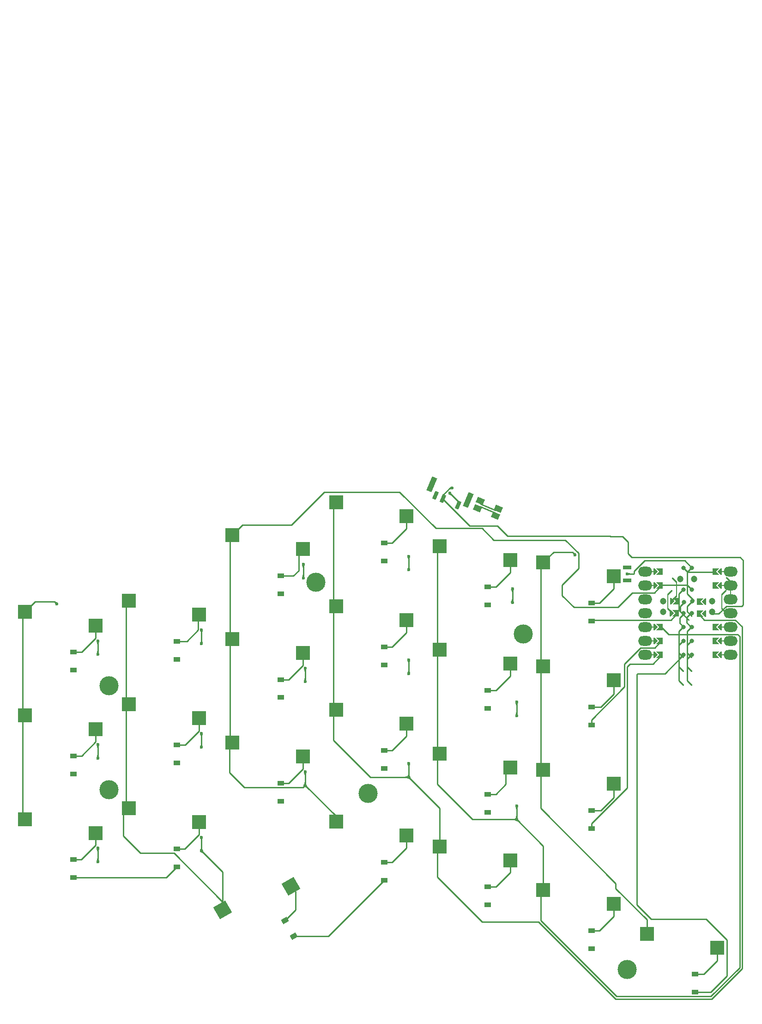
<source format=gbr>
%TF.GenerationSoftware,KiCad,Pcbnew,(6.0.9)*%
%TF.CreationDate,2023-04-16T18:35:51+02:00*%
%TF.ProjectId,iteMX_pcb,6974654d-585f-4706-9362-2e6b69636164,v1.0.0*%
%TF.SameCoordinates,Original*%
%TF.FileFunction,Copper,L1,Top*%
%TF.FilePolarity,Positive*%
%FSLAX46Y46*%
G04 Gerber Fmt 4.6, Leading zero omitted, Abs format (unit mm)*
G04 Created by KiCad (PCBNEW (6.0.9)) date 2023-04-16 18:35:51*
%MOMM*%
%LPD*%
G01*
G04 APERTURE LIST*
G04 Aperture macros list*
%AMRotRect*
0 Rectangle, with rotation*
0 The origin of the aperture is its center*
0 $1 length*
0 $2 width*
0 $3 Rotation angle, in degrees counterclockwise*
0 Add horizontal line*
21,1,$1,$2,0,0,$3*%
%AMFreePoly0*
4,1,6,0.600000,0.200000,0.000000,-0.400000,-0.600000,0.200000,-0.600000,0.400000,0.600000,0.400000,0.600000,0.200000,0.600000,0.200000,$1*%
%AMFreePoly1*
4,1,5,0.125000,-0.500000,-0.125000,-0.500000,-0.125000,0.500000,0.125000,0.500000,0.125000,-0.500000,0.125000,-0.500000,$1*%
%AMFreePoly2*
4,1,49,0.075053,4.163961,0.117161,4.107572,0.122131,4.037371,0.088389,3.975612,-0.637000,3.250224,-0.637000,0.813776,0.088389,0.088388,0.106147,0.064606,0.108253,0.062500,0.108552,0.061385,0.109852,0.059644,0.113262,0.043806,0.125000,0.000000,0.123721,-0.004772,0.124665,-0.009154,0.117240,-0.028961,0.108253,-0.062500,0.102516,-0.068237,0.099961,-0.075053,0.083136,-0.087617,
0.062500,-0.108253,0.051584,-0.111178,0.043572,-0.117161,0.024114,-0.118539,0.000000,-0.125000,-0.014036,-0.121239,-0.026629,-0.122131,-0.041951,-0.113759,-0.062500,-0.108253,-0.075109,-0.095644,-0.088388,-0.088389,-0.850388,0.673612,-0.863707,0.691448,-0.867189,0.694470,-0.867982,0.697174,-0.871852,0.702356,-0.878331,0.732451,-0.887000,0.762000,-0.887000,3.302000,-0.883805,3.324031,
-0.884131,3.328629,-0.882780,3.331102,-0.881852,3.337502,-0.865151,3.363368,-0.850388,3.390388,-0.088388,4.152389,-0.059644,4.173852,0.009154,4.188665,0.075053,4.163961,0.075053,4.163961,$1*%
%AMFreePoly3*
4,1,49,0.088388,4.152388,0.850389,3.390388,0.863708,3.372551,0.867189,3.369530,0.867982,3.366827,0.871852,3.361644,0.878333,3.331543,0.887000,3.302000,0.887000,0.762000,0.883805,0.739969,0.884131,0.735371,0.882780,0.732898,0.881852,0.726498,0.865154,0.700638,0.850389,0.673612,0.088388,-0.088388,0.064607,-0.106146,0.062500,-0.108253,0.061385,-0.108552,0.059644,-0.109852,
0.043810,-0.113261,0.000000,-0.125000,-0.004774,-0.123721,-0.009154,-0.124664,-0.028953,-0.117242,-0.062500,-0.108253,-0.068237,-0.102516,-0.075052,-0.099961,-0.087614,-0.083139,-0.108253,-0.062500,-0.111178,-0.051584,-0.117161,-0.043572,-0.118539,-0.024114,-0.125000,0.000000,-0.121239,0.014035,-0.122131,0.026629,-0.113759,0.041953,-0.108253,0.062500,-0.095642,0.075111,-0.088388,0.088388,
0.637000,0.813777,0.637000,3.250223,-0.088388,3.975612,-0.109852,4.004356,-0.124664,4.073154,-0.099961,4.139052,-0.043572,4.181161,0.026629,4.186131,0.088388,4.152388,0.088388,4.152388,$1*%
%AMFreePoly4*
4,1,41,0.004773,0.123721,0.009154,0.124665,0.028961,0.117240,0.062500,0.108253,0.068237,0.102516,0.075053,0.099961,0.087617,0.083136,0.108253,0.062500,0.111178,0.051584,0.117161,0.043572,0.118539,0.024114,0.125000,0.000000,0.121239,-0.014035,0.122131,-0.026629,0.113759,-0.041951,0.108253,-0.062500,0.095644,-0.075109,0.088389,-0.088388,-0.641000,-0.817776,-0.641000,-5.500000,
-0.646148,-5.535502,-0.684322,-5.594624,-0.748387,-5.623753,-0.818035,-5.613655,-0.871189,-5.567530,-0.891000,-5.500000,-0.891000,-0.766000,-0.887805,-0.743969,-0.888131,-0.739371,-0.886780,-0.736898,-0.885852,-0.730498,-0.869151,-0.704632,-0.854388,-0.677612,-0.088388,0.088389,-0.064606,0.106147,-0.062500,0.108253,-0.061385,0.108552,-0.059644,0.109852,-0.043806,0.113262,0.000000,0.125000,
0.004773,0.123721,0.004773,0.123721,$1*%
%AMFreePoly5*
4,1,6,0.600000,-0.250000,-0.600000,-0.250000,-0.600000,1.000000,0.000000,0.400000,0.600000,1.000000,0.600000,-0.250000,0.600000,-0.250000,$1*%
%AMFreePoly6*
4,1,49,0.004773,0.123721,0.009154,0.124665,0.028961,0.117240,0.062500,0.108253,0.068237,0.102516,0.075053,0.099961,0.087617,0.083136,0.108253,0.062500,0.111178,0.051584,0.117161,0.043572,0.118539,0.024114,0.125000,0.000000,0.121239,-0.014035,0.122131,-0.026629,0.113759,-0.041951,0.108253,-0.062500,0.095644,-0.075109,0.088389,-0.088388,-0.641000,-0.817776,-0.641000,-3.770224,
1.088388,-5.499612,1.109852,-5.528355,1.124664,-5.597154,1.099961,-5.663052,1.043572,-5.705160,0.973371,-5.710131,0.911612,-5.676388,-0.854388,-3.910388,-0.867707,-3.892552,-0.871189,-3.889530,-0.871982,-3.886826,-0.875852,-3.881644,-0.882331,-3.851549,-0.891000,-3.822000,-0.891000,-0.766000,-0.887805,-0.743969,-0.888131,-0.739371,-0.886780,-0.736898,-0.885852,-0.730498,-0.869151,-0.704632,
-0.854388,-0.677612,-0.088388,0.088389,-0.064606,0.106147,-0.062500,0.108253,-0.061385,0.108552,-0.059644,0.109852,-0.043806,0.113262,0.000000,0.125000,0.004773,0.123721,0.004773,0.123721,$1*%
%AMFreePoly7*
4,1,49,0.004773,0.123721,0.009154,0.124665,0.028961,0.117240,0.062500,0.108253,0.068237,0.102516,0.075053,0.099961,0.087617,0.083136,0.108253,0.062500,0.111178,0.051584,0.117161,0.043572,0.118539,0.024114,0.125000,0.000000,0.121239,-0.014035,0.122131,-0.026629,0.113759,-0.041951,0.108253,-0.062500,0.095644,-0.075109,0.088389,-0.088388,-0.641000,-0.817776,-0.641000,-1.770224,
0.088389,-2.499612,0.109852,-2.528356,0.124665,-2.597154,0.099961,-2.663053,0.043572,-2.705161,-0.026629,-2.710131,-0.088388,-2.676389,-0.854388,-1.910388,-0.867707,-1.892552,-0.871189,-1.889530,-0.871982,-1.886826,-0.875852,-1.881644,-0.882331,-1.851549,-0.891000,-1.822000,-0.891000,-0.766000,-0.887805,-0.743969,-0.888131,-0.739371,-0.886780,-0.736898,-0.885852,-0.730498,-0.869151,-0.704632,
-0.854388,-0.677612,-0.088388,0.088389,-0.064606,0.106147,-0.062500,0.108253,-0.061385,0.108552,-0.059644,0.109852,-0.043806,0.113262,0.000000,0.125000,0.004773,0.123721,0.004773,0.123721,$1*%
%AMFreePoly8*
4,1,49,0.004773,0.123721,0.009154,0.124665,0.028961,0.117240,0.062500,0.108253,0.068237,0.102516,0.075053,0.099961,0.087617,0.083136,0.108253,0.062500,0.111178,0.051584,0.117161,0.043572,0.118539,0.024114,0.125000,0.000000,0.121239,-0.014035,0.122131,-0.026629,0.113759,-0.041951,0.108253,-0.062500,0.095644,-0.075109,0.088389,-0.088388,-0.641000,-0.817776,-0.641000,-4.770224,
0.088389,-5.499612,0.109852,-5.528356,0.124665,-5.597154,0.099961,-5.663053,0.043572,-5.705161,-0.026629,-5.710131,-0.088388,-5.676389,-0.854388,-4.910388,-0.867707,-4.892552,-0.871189,-4.889530,-0.871982,-4.886826,-0.875852,-4.881644,-0.882331,-4.851549,-0.891000,-4.822000,-0.891000,-0.766000,-0.887805,-0.743969,-0.888131,-0.739371,-0.886780,-0.736898,-0.885852,-0.730498,-0.869151,-0.704632,
-0.854388,-0.677612,-0.088388,0.088389,-0.064606,0.106147,-0.062500,0.108253,-0.061385,0.108552,-0.059644,0.109852,-0.043806,0.113262,0.000000,0.125000,0.004773,0.123721,0.004773,0.123721,$1*%
%AMFreePoly9*
4,1,49,0.004773,0.123721,0.009154,0.124665,0.028961,0.117240,0.062500,0.108253,0.068237,0.102516,0.075053,0.099961,0.087617,0.083136,0.108253,0.062500,0.111178,0.051584,0.117161,0.043572,0.118539,0.024114,0.125000,0.000000,0.121239,-0.014035,0.122131,-0.026629,0.113759,-0.041951,0.108253,-0.062500,0.095644,-0.075109,0.088389,-0.088388,-0.641000,-0.817776,-0.641000,-4.770224,
0.488388,-5.899612,0.509852,-5.928356,0.524664,-5.997154,0.499961,-6.063052,0.443572,-6.105161,0.373371,-6.110131,0.311612,-6.076388,-0.854388,-4.910388,-0.867707,-4.892552,-0.871189,-4.889530,-0.871982,-4.886826,-0.875852,-4.881644,-0.882331,-4.851549,-0.891000,-4.822000,-0.891000,-0.766000,-0.887805,-0.743969,-0.888131,-0.739371,-0.886780,-0.736898,-0.885852,-0.730498,-0.869151,-0.704632,
-0.854388,-0.677612,-0.088388,0.088389,-0.064606,0.106147,-0.062500,0.108253,-0.061385,0.108552,-0.059644,0.109852,-0.043806,0.113262,0.000000,0.125000,0.004773,0.123721,0.004773,0.123721,$1*%
%AMFreePoly10*
4,1,30,0.035502,0.119853,0.047057,0.112391,0.062500,0.108253,0.078963,0.091790,0.094624,0.081678,0.099251,0.071502,0.108253,0.062500,0.115298,0.036209,0.123753,0.017614,0.122534,0.009204,0.125000,0.000000,0.120281,-0.017614,0.116718,-0.030908,0.113655,-0.052035,0.109897,-0.056367,0.108253,-0.062500,0.080431,-0.090322,0.067530,-0.105189,0.064748,-0.106005,0.062500,-0.108253,
0.000000,-0.125000,-3.000000,-0.125000,-3.035502,-0.119852,-3.094624,-0.081678,-3.123753,-0.017613,-3.113655,0.052035,-3.067530,0.105190,-3.000000,0.125000,0.000000,0.125000,0.035502,0.119853,0.035502,0.119853,$1*%
G04 Aperture macros list end*
%TA.AperFunction,SMDPad,CuDef*%
%ADD10R,2.550000X2.500000*%
%TD*%
%TA.AperFunction,WasherPad*%
%ADD11C,3.500000*%
%TD*%
%TA.AperFunction,SMDPad,CuDef*%
%ADD12RotRect,1.000000X2.730000X337.200000*%
%TD*%
%TA.AperFunction,ComponentPad*%
%ADD13C,0.600000*%
%TD*%
%TA.AperFunction,SMDPad,CuDef*%
%ADD14RotRect,0.700000X1.500000X337.200000*%
%TD*%
%TA.AperFunction,ComponentPad*%
%ADD15C,0.400000*%
%TD*%
%TA.AperFunction,SMDPad,CuDef*%
%ADD16RotRect,0.900000X1.200000X120.000000*%
%TD*%
%TA.AperFunction,SMDPad,CuDef*%
%ADD17R,1.200000X0.900000*%
%TD*%
%TA.AperFunction,SMDPad,CuDef*%
%ADD18FreePoly0,90.000000*%
%TD*%
%TA.AperFunction,SMDPad,CuDef*%
%ADD19FreePoly1,90.000000*%
%TD*%
%TA.AperFunction,SMDPad,CuDef*%
%ADD20FreePoly2,90.000000*%
%TD*%
%TA.AperFunction,SMDPad,CuDef*%
%ADD21FreePoly0,270.000000*%
%TD*%
%TA.AperFunction,ComponentPad*%
%ADD22O,2.600000X1.800000*%
%TD*%
%TA.AperFunction,SMDPad,CuDef*%
%ADD23FreePoly1,270.000000*%
%TD*%
%TA.AperFunction,SMDPad,CuDef*%
%ADD24FreePoly3,90.000000*%
%TD*%
%TA.AperFunction,SMDPad,CuDef*%
%ADD25FreePoly4,90.000000*%
%TD*%
%TA.AperFunction,ComponentPad*%
%ADD26C,0.800000*%
%TD*%
%TA.AperFunction,SMDPad,CuDef*%
%ADD27FreePoly5,270.000000*%
%TD*%
%TA.AperFunction,ComponentPad*%
%ADD28C,1.200000*%
%TD*%
%TA.AperFunction,SMDPad,CuDef*%
%ADD29FreePoly6,90.000000*%
%TD*%
%TA.AperFunction,SMDPad,CuDef*%
%ADD30FreePoly7,90.000000*%
%TD*%
%TA.AperFunction,SMDPad,CuDef*%
%ADD31FreePoly8,90.000000*%
%TD*%
%TA.AperFunction,SMDPad,CuDef*%
%ADD32FreePoly5,90.000000*%
%TD*%
%TA.AperFunction,SMDPad,CuDef*%
%ADD33FreePoly8,270.000000*%
%TD*%
%TA.AperFunction,SMDPad,CuDef*%
%ADD34FreePoly7,270.000000*%
%TD*%
%TA.AperFunction,SMDPad,CuDef*%
%ADD35FreePoly4,270.000000*%
%TD*%
%TA.AperFunction,SMDPad,CuDef*%
%ADD36FreePoly9,270.000000*%
%TD*%
%TA.AperFunction,SMDPad,CuDef*%
%ADD37RotRect,1.050000X1.400000X67.200000*%
%TD*%
%TA.AperFunction,SMDPad,CuDef*%
%ADD38FreePoly10,337.200000*%
%TD*%
%TA.AperFunction,SMDPad,CuDef*%
%ADD39RotRect,2.550000X2.500000X210.000000*%
%TD*%
%TA.AperFunction,SMDPad,CuDef*%
%ADD40R,1.500000X0.800000*%
%TD*%
%TA.AperFunction,Conductor*%
%ADD41C,0.250000*%
%TD*%
G04 APERTURE END LIST*
D10*
%TO.P,S3,1*%
%TO.N,outer_top*%
X7085000Y40540000D03*
%TO.P,S3,2*%
%TO.N,col_1*%
X-5842000Y43080000D03*
%TD*%
D11*
%TO.P,,*%
%TO.N,*%
X104500000Y-22500000D03*
%TD*%
D12*
%TO.P,,*%
%TO.N,*%
X75436491Y63556113D03*
X68706890Y66384977D03*
D13*
%TO.P,,1*%
%TO.N,pos*%
X72000000Y64800000D03*
X72000000Y64800000D03*
D14*
X73520045Y62609826D03*
D13*
%TO.P,,2*%
%TO.N,RAW*%
X72416110Y65764081D03*
D14*
X70754455Y63772372D03*
%TO.P,,3*%
%TO.N,N/C*%
X69371661Y64353646D03*
%TD*%
D13*
%TO.P,,1*%
%TO.N,col_5*%
X84278000Y7505000D03*
X84278000Y5005000D03*
%TD*%
D10*
%TO.P,S2,1*%
%TO.N,outer_home*%
X7085000Y21540000D03*
%TO.P,S2,2*%
%TO.N,col_1*%
X-5842000Y24080000D03*
%TD*%
%TO.P,S1,1*%
%TO.N,outer_bottom*%
X7085000Y2540000D03*
%TO.P,S1,2*%
%TO.N,col_1*%
X-5842000Y5080000D03*
%TD*%
D13*
%TO.P,,1*%
%TO.N,col_4*%
X64500000Y50750000D03*
X64500000Y53250000D03*
%TD*%
%TO.P,,1*%
%TO.N,col_2*%
X26500000Y-750000D03*
X26500000Y1750000D03*
%TD*%
D10*
%TO.P,S8,1*%
%TO.N,ring_home*%
X45085000Y35540000D03*
%TO.P,S8,2*%
%TO.N,col_3*%
X32158000Y38080000D03*
%TD*%
D13*
%TO.P,,1*%
%TO.N,col_1*%
X7500000Y37750000D03*
X7500000Y35250000D03*
%TD*%
D15*
%TO.P,D19,1*%
%TO.N,row_4*%
X43423076Y-16393044D03*
D16*
X43423076Y-16393044D03*
X43423076Y-16393044D03*
D15*
%TO.P,D19,2*%
%TO.N,alt_first*%
X41773076Y-13535160D03*
D16*
X41773076Y-13535160D03*
%TD*%
D10*
%TO.P,S22,1*%
%TO.N,e_first*%
X102085000Y-10460000D03*
%TO.P,S22,2*%
%TO.N,col_5*%
X89158000Y-7920000D03*
%TD*%
%TO.P,S10,1*%
%TO.N,middle_bottom*%
X64085000Y22540000D03*
%TO.P,S10,2*%
%TO.N,col_4*%
X51158000Y25080000D03*
%TD*%
D15*
%TO.P,D18,1*%
%TO.N,row_1*%
X98000000Y41350000D03*
D17*
X98000000Y41350000D03*
X98000000Y41350000D03*
%TO.P,D18,2*%
%TO.N,inner_top*%
X98000000Y44650000D03*
D15*
X98000000Y44650000D03*
%TD*%
D10*
%TO.P,S5,1*%
%TO.N,pinkie_home*%
X26085000Y23540000D03*
%TO.P,S5,2*%
%TO.N,col_2*%
X13158000Y26080000D03*
%TD*%
D15*
%TO.P,D15,1*%
%TO.N,row_1*%
X79000000Y44350000D03*
D17*
X79000000Y44350000D03*
X79000000Y44350000D03*
%TO.P,D15,2*%
%TO.N,index_top*%
X79000000Y47650000D03*
D15*
X79000000Y47650000D03*
%TD*%
D13*
%TO.P,,1*%
%TO.N,col_3*%
X45500000Y32750000D03*
X45500000Y30250000D03*
%TD*%
D15*
%TO.P,D10,1*%
%TO.N,row_3*%
X60000000Y14350000D03*
D17*
X60000000Y14350000D03*
X60000000Y14350000D03*
D15*
%TO.P,D10,2*%
%TO.N,middle_bottom*%
X60000000Y17650000D03*
D17*
X60000000Y17650000D03*
%TD*%
D13*
%TO.P,,1*%
%TO.N,col_2*%
X26500000Y39750000D03*
X26500000Y37250000D03*
%TD*%
D11*
%TO.P,,*%
%TO.N,*%
X9500000Y29500000D03*
%TD*%
D15*
%TO.P,D20,1*%
%TO.N,row_4*%
X60000000Y-6150000D03*
D17*
X60000000Y-6150000D03*
X60000000Y-6150000D03*
%TO.P,D20,2*%
%TO.N,ctrl_first*%
X60000000Y-2850000D03*
D15*
X60000000Y-2850000D03*
%TD*%
D18*
%TO.P,REF\u002A\u002A,*%
%TO.N,*%
X109808000Y35152000D03*
D19*
X109300000Y50392000D03*
D20*
X122678000Y42887000D03*
D21*
X121492000Y40232000D03*
D22*
X123530000Y50400000D03*
D18*
X109808000Y37692000D03*
D22*
X107830000Y40240000D03*
D23*
X122000000Y35152000D03*
D22*
X107830000Y35160000D03*
D18*
X112758000Y42772000D03*
X109808000Y50392000D03*
D22*
X107830000Y42780000D03*
D18*
X109808000Y40232000D03*
D22*
X123530000Y40240000D03*
X123530000Y35160000D03*
D18*
X109808000Y47852000D03*
D23*
X122000000Y47852000D03*
D21*
X121492000Y47852000D03*
X118566000Y42718000D03*
D22*
X123530000Y45320000D03*
X107830000Y45320000D03*
D21*
X118623000Y44921000D03*
D22*
X107830000Y50400000D03*
X123530000Y47860000D03*
D19*
X109300000Y47852000D03*
X109300000Y37692000D03*
D21*
X121492000Y35152000D03*
D22*
X123530000Y42780000D03*
D19*
X109300000Y40232000D03*
D21*
X121492000Y50392000D03*
D24*
X112828000Y45200000D03*
D21*
X121492000Y37692000D03*
D19*
X109300000Y35152000D03*
D22*
X123530000Y37700000D03*
D23*
X122000000Y37692000D03*
D20*
X112778000Y42862000D03*
D18*
X112815000Y44975000D03*
D23*
X122000000Y40232000D03*
D22*
X107830000Y47860000D03*
D23*
X122000000Y50392000D03*
D22*
X107830000Y37700000D03*
D24*
X122728000Y45225000D03*
D25*
%TO.P,REF\u002A\u002A,1*%
%TO.N,5V*%
X114855000Y51125000D03*
D26*
X114875000Y51125000D03*
D27*
X120476000Y50392000D03*
D28*
%TO.P,REF\u002A\u002A,2*%
%TO.N,GND*%
X120138100Y45000000D03*
D29*
X114870000Y47120000D03*
D28*
X111171900Y44990000D03*
D27*
X120476000Y47852000D03*
D26*
X114890000Y47120000D03*
D30*
%TO.P,REF\u002A\u002A,3*%
%TO.N,3V3*%
X115087000Y44863000D03*
D26*
X114945000Y44825000D03*
D27*
X117607000Y44921000D03*
D30*
%TO.P,REF\u002A\u002A,4*%
%TO.N,col_4*%
X115030000Y42755000D03*
D26*
X114888000Y42772000D03*
D27*
X117550000Y42718000D03*
D31*
%TO.P,REF\u002A\u002A,5*%
%TO.N,col_1*%
X114868000Y40232000D03*
D27*
X120476000Y40232000D03*
D26*
X114888000Y40232000D03*
D31*
%TO.P,REF\u002A\u002A,6*%
%TO.N,col_6*%
X114868000Y37692000D03*
D26*
X114888000Y37692000D03*
D27*
X120476000Y37692000D03*
D31*
%TO.P,REF\u002A\u002A,7*%
%TO.N,row_4*%
X114868000Y35152000D03*
D27*
X120476000Y35152000D03*
D26*
X114888000Y35152000D03*
D32*
%TO.P,REF\u002A\u002A,8*%
%TO.N,row_3*%
X110824000Y35152000D03*
D26*
X116412000Y35152000D03*
D33*
X116392000Y35152000D03*
D32*
%TO.P,REF\u002A\u002A,9*%
%TO.N,row_2*%
X110824000Y37692000D03*
D26*
X116412000Y37692000D03*
D33*
X116392000Y37692000D03*
D26*
%TO.P,REF\u002A\u002A,10*%
%TO.N,col_5*%
X116412000Y40232000D03*
D33*
X116392000Y40232000D03*
D32*
X110824000Y40232000D03*
D26*
%TO.P,REF\u002A\u002A,11*%
%TO.N,row_1*%
X116412000Y42772000D03*
D32*
X113774000Y42772000D03*
D34*
X116300000Y42760000D03*
D26*
%TO.P,REF\u002A\u002A,12*%
%TO.N,N/C*%
X116469000Y44975000D03*
D32*
X113831000Y44975000D03*
D34*
X116357000Y44863000D03*
D35*
%TO.P,REF\u002A\u002A,13*%
%TO.N,col_3*%
X116394000Y47120000D03*
D32*
X110824000Y47852000D03*
D26*
X116414000Y47120000D03*
%TO.P,REF\u002A\u002A,14*%
%TO.N,col_2*%
X116399000Y51125000D03*
D32*
X110824000Y50392000D03*
D36*
X116379000Y51125000D03*
D28*
%TO.P,REF\u002A\u002A,15*%
%TO.N,RAW*%
X120138100Y43091000D03*
X111171900Y43081000D03*
%TO.P,REF\u002A\u002A,16*%
%TO.N,RST*%
X114230000Y49104000D03*
%TO.P,REF\u002A\u002A,17*%
%TO.N,GNDrst*%
X116770000Y49104000D03*
%TD*%
D10*
%TO.P,S4,1*%
%TO.N,pinkie_bottom*%
X26085000Y4540000D03*
%TO.P,S4,2*%
%TO.N,col_2*%
X13158000Y7080000D03*
%TD*%
%TO.P,S20,1*%
%TO.N,ctrl_first*%
X64085000Y2040000D03*
%TO.P,S20,2*%
%TO.N,col_3*%
X51158000Y4580000D03*
%TD*%
D17*
%TO.P,D3,1*%
%TO.N,row_1*%
X3000000Y32350000D03*
D15*
X3000000Y32350000D03*
D17*
X3000000Y32350000D03*
%TO.P,D3,2*%
%TO.N,outer_top*%
X3000000Y35650000D03*
D15*
X3000000Y35650000D03*
%TD*%
D17*
%TO.P,D1,1*%
%TO.N,row_3*%
X3000000Y-5650000D03*
D15*
X3000000Y-5650000D03*
D17*
X3000000Y-5650000D03*
D15*
%TO.P,D1,2*%
%TO.N,outer_bottom*%
X3000000Y-2350000D03*
D17*
X3000000Y-2350000D03*
%TD*%
D13*
%TO.P,,1*%
%TO.N,col_2*%
X104500000Y50000000D03*
%TD*%
%TO.P,,1*%
%TO.N,col_1*%
X7500000Y-2750000D03*
X7500000Y-250000D03*
%TD*%
%TO.P,,1*%
%TO.N,col_4*%
X64500000Y15250000D03*
X64500000Y12750000D03*
%TD*%
%TO.P,,1*%
%TO.N,col_3*%
X45160000Y51740000D03*
X45160000Y49240000D03*
%TD*%
D17*
%TO.P,D9,1*%
%TO.N,row_1*%
X41000000Y46350000D03*
X41000000Y46350000D03*
D15*
X41000000Y46350000D03*
D17*
%TO.P,D9,2*%
%TO.N,ring_top*%
X41000000Y49650000D03*
D15*
X41000000Y49650000D03*
%TD*%
D11*
%TO.P,,*%
%TO.N,*%
X9500000Y10500000D03*
%TD*%
D10*
%TO.P,S6,1*%
%TO.N,pinkie_top*%
X26085000Y42540000D03*
%TO.P,S6,2*%
%TO.N,col_2*%
X13158000Y45080000D03*
%TD*%
D17*
%TO.P,D8,1*%
%TO.N,row_2*%
X41000000Y27350000D03*
D15*
X41000000Y27350000D03*
D17*
X41000000Y27350000D03*
%TO.P,D8,2*%
%TO.N,ring_home*%
X41000000Y30650000D03*
D15*
X41000000Y30650000D03*
%TD*%
D10*
%TO.P,S14,1*%
%TO.N,index_home*%
X83085000Y33540000D03*
%TO.P,S14,2*%
%TO.N,col_5*%
X70158000Y36080000D03*
%TD*%
%TO.P,S13,1*%
%TO.N,index_bottom*%
X83085000Y14540000D03*
%TO.P,S13,2*%
%TO.N,col_5*%
X70158000Y17080000D03*
%TD*%
%TO.P,S15,1*%
%TO.N,index_top*%
X83085000Y52540000D03*
%TO.P,S15,2*%
%TO.N,col_5*%
X70158000Y55080000D03*
%TD*%
%TO.P,S11,1*%
%TO.N,middle_home*%
X64085000Y41540000D03*
%TO.P,S11,2*%
%TO.N,col_4*%
X51158000Y44080000D03*
%TD*%
D15*
%TO.P,D13,1*%
%TO.N,row_3*%
X79000000Y6350000D03*
D17*
X79000000Y6350000D03*
X79000000Y6350000D03*
%TO.P,D13,2*%
%TO.N,index_bottom*%
X79000000Y9650000D03*
D15*
X79000000Y9650000D03*
%TD*%
D37*
%TO.P,REF\u002A\u002A,1*%
%TO.N,GNDrst*%
X80940302Y61970823D03*
X77621595Y63365879D03*
D15*
X80940302Y61970823D03*
D38*
X80469986Y61626146D03*
D37*
%TO.P,REF\u002A\u002A,2*%
%TO.N,RST*%
X77059698Y62029177D03*
D38*
X80295604Y61211307D03*
D37*
X80378405Y60634121D03*
D15*
X80378405Y60634121D03*
%TD*%
D17*
%TO.P,D23,1*%
%TO.N,row_4*%
X117000000Y-26650000D03*
D15*
X117000000Y-26650000D03*
D17*
X117000000Y-26650000D03*
%TO.P,D23,2*%
%TO.N,layer_first*%
X117000000Y-23350000D03*
D15*
X117000000Y-23350000D03*
%TD*%
D13*
%TO.P,,1*%
%TO.N,col_6*%
X95000000Y53500000D03*
%TD*%
D17*
%TO.P,D5,1*%
%TO.N,row_2*%
X22000000Y15350000D03*
X22000000Y15350000D03*
D15*
X22000000Y15350000D03*
%TO.P,D5,2*%
%TO.N,pinkie_home*%
X22000000Y18650000D03*
D17*
X22000000Y18650000D03*
%TD*%
D11*
%TO.P,,*%
%TO.N,*%
X57000000Y9750000D03*
%TD*%
D10*
%TO.P,S21,1*%
%TO.N,shift_first*%
X83085000Y-2460000D03*
%TO.P,S21,2*%
%TO.N,col_4*%
X70158000Y80000D03*
%TD*%
D15*
%TO.P,D12,1*%
%TO.N,row_1*%
X60000000Y52350000D03*
D17*
X60000000Y52350000D03*
X60000000Y52350000D03*
%TO.P,D12,2*%
%TO.N,middle_top*%
X60000000Y55650000D03*
D15*
X60000000Y55650000D03*
%TD*%
D10*
%TO.P,S12,1*%
%TO.N,middle_top*%
X64085000Y60540000D03*
%TO.P,S12,2*%
%TO.N,col_4*%
X51158000Y63080000D03*
%TD*%
%TO.P,S16,1*%
%TO.N,inner_bottom*%
X102085000Y11540000D03*
%TO.P,S16,2*%
%TO.N,col_6*%
X89158000Y14080000D03*
%TD*%
D15*
%TO.P,D21,1*%
%TO.N,row_4*%
X79000000Y-10650000D03*
D17*
X79000000Y-10650000D03*
X79000000Y-10650000D03*
%TO.P,D21,2*%
%TO.N,shift_first*%
X79000000Y-7350000D03*
D15*
X79000000Y-7350000D03*
%TD*%
%TO.P,D17,1*%
%TO.N,row_2*%
X98000000Y22350000D03*
D17*
X98000000Y22350000D03*
X98000000Y22350000D03*
%TO.P,D17,2*%
%TO.N,inner_home*%
X98000000Y25650000D03*
D15*
X98000000Y25650000D03*
%TD*%
D13*
%TO.P,,1*%
%TO.N,col_5*%
X84278000Y24005000D03*
X84278000Y26505000D03*
%TD*%
D17*
%TO.P,D16,1*%
%TO.N,row_3*%
X98000000Y3350000D03*
X98000000Y3350000D03*
D15*
X98000000Y3350000D03*
D17*
%TO.P,D16,2*%
%TO.N,inner_bottom*%
X98000000Y6650000D03*
D15*
X98000000Y6650000D03*
%TD*%
D10*
%TO.P,S18,1*%
%TO.N,inner_top*%
X102085000Y49540000D03*
%TO.P,S18,2*%
%TO.N,col_6*%
X89158000Y52080000D03*
%TD*%
D13*
%TO.P,,1*%
%TO.N,col_3*%
X45500000Y11250000D03*
X45500000Y13750000D03*
%TD*%
%TO.P,,1*%
%TO.N,col_1*%
X0Y44500000D03*
%TD*%
D39*
%TO.P,S19,1*%
%TO.N,alt_first*%
X42865790Y-7257795D03*
%TO.P,S19,2*%
%TO.N,col_2*%
X30400680Y-11521591D03*
%TD*%
D17*
%TO.P,D11,1*%
%TO.N,row_2*%
X60000000Y33350000D03*
X60000000Y33350000D03*
D15*
X60000000Y33350000D03*
%TO.P,D11,2*%
%TO.N,middle_home*%
X60000000Y36650000D03*
D17*
X60000000Y36650000D03*
%TD*%
D10*
%TO.P,S7,1*%
%TO.N,ring_bottom*%
X45085000Y16540000D03*
%TO.P,S7,2*%
%TO.N,col_3*%
X32158000Y19080000D03*
%TD*%
D13*
%TO.P,,1*%
%TO.N,col_1*%
X7500000Y16250000D03*
X7500000Y18750000D03*
%TD*%
D15*
%TO.P,D14,1*%
%TO.N,row_2*%
X79000000Y25350000D03*
D17*
X79000000Y25350000D03*
X79000000Y25350000D03*
D15*
%TO.P,D14,2*%
%TO.N,index_home*%
X79000000Y28650000D03*
D17*
X79000000Y28650000D03*
%TD*%
%TO.P,D4,1*%
%TO.N,row_3*%
X22000000Y-3650000D03*
D15*
X22000000Y-3650000D03*
D17*
X22000000Y-3650000D03*
%TO.P,D4,2*%
%TO.N,pinkie_bottom*%
X22000000Y-350000D03*
D15*
X22000000Y-350000D03*
%TD*%
D40*
%TO.P,D25,1*%
%TO.N,GND*%
X104500000Y48800000D03*
D15*
%TO.N,pos*%
X104500000Y51200000D03*
D40*
%TO.P,D25,2*%
X104500000Y51200000D03*
D15*
%TO.N,GND*%
X104500000Y48800000D03*
%TD*%
D13*
%TO.P,,1*%
%TO.N,col_2*%
X26500000Y20750000D03*
X26500000Y18250000D03*
%TD*%
D11*
%TO.P,,*%
%TO.N,*%
X85500000Y39000000D03*
%TD*%
D13*
%TO.P,,1*%
%TO.N,col_5*%
X83500000Y44750000D03*
X83500000Y47250000D03*
%TD*%
D17*
%TO.P,D7,1*%
%TO.N,row_3*%
X41000000Y8350000D03*
X41000000Y8350000D03*
D15*
X41000000Y8350000D03*
D17*
%TO.P,D7,2*%
%TO.N,ring_bottom*%
X41000000Y11650000D03*
D15*
X41000000Y11650000D03*
%TD*%
D10*
%TO.P,S9,1*%
%TO.N,ring_top*%
X45085000Y54540000D03*
%TO.P,S9,2*%
%TO.N,col_3*%
X32158000Y57080000D03*
%TD*%
D17*
%TO.P,D2,1*%
%TO.N,row_2*%
X3000000Y13350000D03*
D15*
X3000000Y13350000D03*
D17*
X3000000Y13350000D03*
D15*
%TO.P,D2,2*%
%TO.N,outer_home*%
X3000000Y16650000D03*
D17*
X3000000Y16650000D03*
%TD*%
%TO.P,D6,1*%
%TO.N,row_1*%
X22000000Y34350000D03*
D15*
X22000000Y34350000D03*
D17*
X22000000Y34350000D03*
D15*
%TO.P,D6,2*%
%TO.N,pinkie_top*%
X22000000Y37650000D03*
D17*
X22000000Y37650000D03*
%TD*%
D13*
%TO.P,,1*%
%TO.N,col_4*%
X64500000Y31750000D03*
X64500000Y34250000D03*
%TD*%
D10*
%TO.P,S23,1*%
%TO.N,layer_first*%
X121085000Y-18460000D03*
%TO.P,S23,2*%
%TO.N,col_6*%
X108158000Y-15920000D03*
%TD*%
D17*
%TO.P,D22,1*%
%TO.N,row_4*%
X98000000Y-18650000D03*
X98000000Y-18650000D03*
D15*
X98000000Y-18650000D03*
D17*
%TO.P,D22,2*%
%TO.N,e_first*%
X98000000Y-15350000D03*
D15*
X98000000Y-15350000D03*
%TD*%
D10*
%TO.P,S17,1*%
%TO.N,inner_home*%
X102085000Y30540000D03*
%TO.P,S17,2*%
%TO.N,col_6*%
X89158000Y33080000D03*
%TD*%
D11*
%TO.P,,*%
%TO.N,*%
X47500000Y48500000D03*
%TD*%
D41*
%TO.N,col_4*%
X50694099Y24616099D02*
X51158000Y25080000D01*
X57436314Y12750000D02*
X50694099Y19492215D01*
X50694099Y19492215D02*
X50694099Y24616099D01*
X64500000Y12750000D02*
X57436314Y12750000D01*
%TO.N,ctrl_first*%
X64085000Y-235000D02*
X64085000Y2040000D01*
X61470000Y-2850000D02*
X64085000Y-235000D01*
X60000000Y-2850000D02*
X61470000Y-2850000D01*
%TO.N,col_5*%
X76181314Y5005000D02*
X84278000Y5005000D01*
X69694099Y16616099D02*
X69694099Y11492215D01*
X70158000Y17080000D02*
X69694099Y16616099D01*
X69694099Y11492215D02*
X76181314Y5005000D01*
%TO.N,index_home*%
X83085000Y31265000D02*
X80470000Y28650000D01*
X83085000Y33540000D02*
X83085000Y31265000D01*
X80470000Y28650000D02*
X79000000Y28650000D01*
%TO.N,index_top*%
X83085000Y50265000D02*
X83085000Y52540000D01*
X80470000Y47650000D02*
X83085000Y50265000D01*
X79000000Y47650000D02*
X80470000Y47650000D01*
%TO.N,index_bottom*%
X82305901Y11492215D02*
X82305901Y13760901D01*
X80463686Y9650000D02*
X82305901Y11492215D01*
X79000000Y9650000D02*
X80463686Y9650000D01*
X82305901Y13760901D02*
X83085000Y14540000D01*
%TO.N,shift_first*%
X83085000Y-4728686D02*
X83085000Y-2460000D01*
X79000000Y-7350000D02*
X80463686Y-7350000D01*
X80463686Y-7350000D02*
X83085000Y-4728686D01*
%TO.N,e_first*%
X102085000Y-12728686D02*
X99463686Y-15350000D01*
X99463686Y-15350000D02*
X98000000Y-15350000D01*
X102085000Y-10460000D02*
X102085000Y-12728686D01*
%TO.N,row_4*%
X49756956Y-16393044D02*
X60000000Y-6150000D01*
X43423076Y-16393044D02*
X49756956Y-16393044D01*
%TO.N,alt_first*%
X43780854Y-8172859D02*
X43780854Y-11527382D01*
X42865790Y-7257795D02*
X43780854Y-8172859D01*
X43780854Y-11527382D02*
X41773076Y-13535160D01*
%TO.N,ring_home*%
X45085000Y33271314D02*
X45085000Y35540000D01*
X42463686Y30650000D02*
X45085000Y33271314D01*
X41000000Y30650000D02*
X42463686Y30650000D01*
%TO.N,ring_bottom*%
X42463686Y11650000D02*
X41000000Y11650000D01*
X45085000Y16540000D02*
X45085000Y14271314D01*
X45085000Y14271314D02*
X42463686Y11650000D01*
%TO.N,inner_bottom*%
X99733604Y6650000D02*
X98000000Y6650000D01*
X102085000Y9001396D02*
X99733604Y6650000D01*
X102085000Y11540000D02*
X102085000Y9001396D01*
%TO.N,inner_home*%
X102085000Y28004238D02*
X102085000Y30540000D01*
X99730762Y25650000D02*
X102085000Y28004238D01*
X98000000Y25650000D02*
X99730762Y25650000D01*
%TO.N,middle_home*%
X64085000Y39271314D02*
X64085000Y41540000D01*
X61463686Y36650000D02*
X64085000Y39271314D01*
X60000000Y36650000D02*
X61463686Y36650000D01*
%TO.N,middle_bottom*%
X64085000Y20271314D02*
X64085000Y22540000D01*
X61463686Y17650000D02*
X64085000Y20271314D01*
X60000000Y17650000D02*
X61463686Y17650000D01*
%TO.N,col_4*%
X64500000Y34250000D02*
X64500000Y31750000D01*
X64500000Y53250000D02*
X64500000Y50750000D01*
%TO.N,ring_top*%
X44305901Y50625901D02*
X43330000Y49650000D01*
X43330000Y49650000D02*
X41000000Y49650000D01*
X44305901Y53760901D02*
X44305901Y50625901D01*
X45085000Y54540000D02*
X44305901Y53760901D01*
%TO.N,col_2*%
X12170000Y2016314D02*
X12170000Y6092000D01*
X12170000Y6092000D02*
X13158000Y7080000D01*
X21447465Y-1125000D02*
X15311314Y-1125000D01*
X30400680Y-11521591D02*
X30400680Y-10078215D01*
X30400680Y-10078215D02*
X21447465Y-1125000D01*
X15311314Y-1125000D02*
X12170000Y2016314D01*
X30400680Y-4650680D02*
X26500000Y-750000D01*
X30400680Y-11521591D02*
X30400680Y-4650680D01*
%TO.N,row_3*%
X20000000Y-5650000D02*
X22000000Y-3650000D01*
X3000000Y-5650000D02*
X20000000Y-5650000D01*
%TO.N,col_2*%
X26500000Y-750000D02*
X26500000Y1750000D01*
%TO.N,pinkie_bottom*%
X23463686Y-350000D02*
X22000000Y-350000D01*
X26085000Y2271314D02*
X23463686Y-350000D01*
X26085000Y4540000D02*
X26085000Y2271314D01*
%TO.N,pinkie_home*%
X23516116Y18650000D02*
X22000000Y18650000D01*
X26085000Y23540000D02*
X26085000Y21218884D01*
X26085000Y21218884D02*
X23516116Y18650000D01*
%TO.N,col_2*%
X26500000Y20750000D02*
X26500000Y18250000D01*
X26500000Y39750000D02*
X26500000Y37250000D01*
%TO.N,pinkie_top*%
X25875000Y39715000D02*
X23810000Y37650000D01*
X25875000Y42330000D02*
X25875000Y39715000D01*
X23810000Y37650000D02*
X22000000Y37650000D01*
X26085000Y42540000D02*
X25875000Y42330000D01*
%TO.N,outer_bottom*%
X7085000Y271314D02*
X7085000Y2540000D01*
X4463686Y-2350000D02*
X7085000Y271314D01*
X3000000Y-2350000D02*
X4463686Y-2350000D01*
%TO.N,col_1*%
X7500000Y-250000D02*
X7500000Y-2750000D01*
%TO.N,outer_home*%
X4500000Y16650000D02*
X3000000Y16650000D01*
X7085000Y19235000D02*
X4500000Y16650000D01*
X7085000Y21540000D02*
X7085000Y19235000D01*
%TO.N,col_1*%
X7500000Y18750000D02*
X7500000Y16250000D01*
X7500000Y37750000D02*
X7500000Y35250000D01*
%TO.N,col_4*%
X69694099Y-383901D02*
X70158000Y80000D01*
X69694099Y-5507785D02*
X69694099Y-383901D01*
X88310447Y-13776843D02*
X77963157Y-13776843D01*
X97030000Y-22496396D02*
X88310447Y-13776843D01*
X102405000Y-27875000D02*
X97030000Y-22500000D01*
X77963157Y-13776843D02*
X69694099Y-5507785D01*
X125605000Y-22291396D02*
X120021396Y-27875000D01*
X97030000Y-22500000D02*
X97030000Y-22496396D01*
X125605000Y40305000D02*
X125605000Y-22291396D01*
X117550000Y42718000D02*
X118713000Y41555000D01*
X118713000Y41555000D02*
X124355000Y41555000D01*
X124355000Y41555000D02*
X125605000Y40305000D01*
X120021396Y-27875000D02*
X102405000Y-27875000D01*
%TO.N,col_5*%
X88694099Y-8383901D02*
X89158000Y-7920000D01*
X119835000Y-27425000D02*
X102595000Y-27425000D01*
X102595000Y-27425000D02*
X88694099Y-13524099D01*
X125155000Y-22105000D02*
X119835000Y-27425000D01*
X124775000Y38925000D02*
X125155000Y38545000D01*
X125155000Y38545000D02*
X125155000Y-22105000D01*
X112131000Y38925000D02*
X124775000Y38925000D01*
X110824000Y40232000D02*
X112131000Y38925000D01*
X88694099Y-13524099D02*
X88694099Y-8383901D01*
%TO.N,RAW*%
X120138100Y43028702D02*
X120138100Y43091000D01*
X120489191Y42677611D02*
X120138100Y43028702D01*
X121295199Y42677611D02*
X120489191Y42677611D01*
X122697588Y44080000D02*
X121295199Y42677611D01*
X125530000Y44080000D02*
X122697588Y44080000D01*
X125800000Y44350000D02*
X125530000Y44080000D01*
X105400000Y53010000D02*
X125250000Y53010000D01*
X104720000Y53690000D02*
X105400000Y53010000D01*
X104720000Y55830000D02*
X104720000Y53690000D01*
X101384999Y56955001D02*
X101450000Y56890000D01*
X125250000Y53010000D02*
X125800000Y52460000D01*
X103660000Y56890000D02*
X104720000Y55830000D01*
X75691194Y58810000D02*
X80720000Y58810000D01*
X101450000Y56890000D02*
X103660000Y56890000D01*
X70754455Y63772372D02*
X70754455Y63746739D01*
X70754455Y63746739D02*
X75691194Y58810000D01*
X80720000Y58810000D02*
X82574999Y56955001D01*
X125800000Y52460000D02*
X125800000Y44350000D01*
X82574999Y56955001D02*
X101384999Y56955001D01*
%TO.N,col_3*%
X45160000Y49240000D02*
X45160000Y51740000D01*
X45500000Y30250000D02*
X45500000Y32750000D01*
X31600000Y13586314D02*
X31600000Y18522000D01*
X34311314Y10875000D02*
X31600000Y13586314D01*
X45125000Y10875000D02*
X34311314Y10875000D01*
X31600000Y18522000D02*
X32158000Y19080000D01*
X45500000Y11250000D02*
X45125000Y10875000D01*
X34033001Y58955001D02*
X32158000Y57080000D01*
X42948997Y58955001D02*
X34033001Y58955001D01*
X48973996Y64980000D02*
X42948997Y58955001D01*
X62820000Y64980000D02*
X48973996Y64980000D01*
X77911652Y58360000D02*
X69440000Y58360000D01*
X80081652Y56190000D02*
X77911652Y58360000D01*
X93210000Y56190000D02*
X80081652Y56190000D01*
X95625000Y50975133D02*
X95625000Y53775000D01*
X92631099Y47981232D02*
X95625000Y50975133D01*
X92631099Y46018768D02*
X92631099Y47981232D01*
X95625000Y53775000D02*
X93210000Y56190000D01*
X94774867Y43875000D02*
X92631099Y46018768D01*
X102825000Y43875000D02*
X94774867Y43875000D01*
X69440000Y58360000D02*
X62820000Y64980000D01*
X105495000Y46545000D02*
X102825000Y43875000D01*
X109517000Y46545000D02*
X105495000Y46545000D01*
X110824000Y47852000D02*
X109517000Y46545000D01*
%TO.N,layer_first*%
X118580000Y-23350000D02*
X121085000Y-20845000D01*
X121085000Y-20845000D02*
X121085000Y-18460000D01*
X117000000Y-23350000D02*
X118580000Y-23350000D01*
%TO.N,row_4*%
X119870000Y-26650000D02*
X117000000Y-26650000D01*
X122860000Y-23660000D02*
X119870000Y-26650000D01*
X122860000Y-17060000D02*
X122860000Y-23660000D01*
X119010000Y-13210000D02*
X122860000Y-17060000D01*
X108898348Y-13210000D02*
X119010000Y-13210000D01*
X106273198Y31556041D02*
X106273198Y-10584850D01*
X106417157Y31700000D02*
X106273198Y31556041D01*
X111436000Y31700000D02*
X106417157Y31700000D01*
X114888000Y35152000D02*
X111436000Y31700000D01*
X106273198Y-10584850D02*
X108898348Y-13210000D01*
%TO.N,row_3*%
X110824000Y35074000D02*
X110824000Y35152000D01*
X104498579Y32938579D02*
X105080000Y33520000D01*
X109270000Y33520000D02*
X110824000Y35074000D01*
X104498579Y10778579D02*
X104498579Y32938579D01*
X105080000Y33520000D02*
X109270000Y33520000D01*
X98000000Y4280000D02*
X104498579Y10778579D01*
X98000000Y3350000D02*
X98000000Y4280000D01*
%TO.N,row_2*%
X104048579Y33510991D02*
X104048579Y29331421D01*
X107007588Y36470000D02*
X104048579Y33510991D01*
X98000000Y23282843D02*
X104048579Y29331421D01*
X109602000Y36470000D02*
X110824000Y37692000D01*
X98000000Y22350000D02*
X98000000Y23282843D01*
X107007588Y36470000D02*
X109602000Y36470000D01*
%TO.N,inner_top*%
X99463686Y44650000D02*
X98000000Y44650000D01*
X102085000Y47271314D02*
X99463686Y44650000D01*
X102085000Y49540000D02*
X102085000Y47271314D01*
%TO.N,row_1*%
X98199999Y41549999D02*
X112551999Y41549999D01*
X98000000Y41350000D02*
X98199999Y41549999D01*
X112551999Y41549999D02*
X113774000Y42772000D01*
%TO.N,col_2*%
X105830000Y50532412D02*
X105830000Y50090000D01*
X107727588Y52430000D02*
X105830000Y50532412D01*
X105830000Y50090000D02*
X105740000Y50000000D01*
X105740000Y50000000D02*
X104500000Y50000000D01*
X115094000Y52430000D02*
X107727588Y52430000D01*
X116399000Y51125000D02*
X115094000Y52430000D01*
%TO.N,pos*%
X72000000Y64800000D02*
X73520045Y63279955D01*
X73520045Y63279955D02*
X73520045Y62609826D01*
%TO.N,RAW*%
X72080197Y65764081D02*
X72416110Y65764081D01*
X70754455Y63772372D02*
X70754455Y64438339D01*
X70754455Y64438339D02*
X72080197Y65764081D01*
%TO.N,col_5*%
X84278000Y26505000D02*
X84278000Y24005000D01*
X83500000Y47250000D02*
X83500000Y44750000D01*
%TO.N,col_6*%
X89158000Y52080000D02*
X91033001Y53955001D01*
X91033001Y53955001D02*
X94544999Y53955001D01*
X94544999Y53955001D02*
X95000000Y53500000D01*
X102440000Y-6700000D02*
X88694099Y7045901D01*
X88694099Y13616099D02*
X89158000Y14080000D01*
X102440000Y-7640000D02*
X102440000Y-6700000D01*
X88694099Y7045901D02*
X88694099Y13616099D01*
X108158000Y-13358000D02*
X102440000Y-7640000D01*
X108158000Y-15920000D02*
X108158000Y-13358000D01*
%TO.N,col_5*%
X84278000Y5005000D02*
X84278000Y7505000D01*
X89158000Y125000D02*
X84278000Y5005000D01*
X89158000Y-7920000D02*
X89158000Y125000D01*
%TO.N,col_4*%
X64500000Y12750000D02*
X64500000Y15250000D01*
X70158000Y7092000D02*
X64500000Y12750000D01*
X70158000Y80000D02*
X70158000Y7092000D01*
%TO.N,middle_top*%
X61463686Y55650000D02*
X60000000Y55650000D01*
X64085000Y58271314D02*
X61463686Y55650000D01*
X64085000Y60540000D02*
X64085000Y58271314D01*
%TO.N,col_3*%
X45500000Y11250000D02*
X45500000Y13750000D01*
X51158000Y4580000D02*
X51158000Y5592000D01*
X51158000Y5592000D02*
X45500000Y11250000D01*
%TO.N,col_6*%
X88694099Y51616099D02*
X88694099Y14543901D01*
X89158000Y52080000D02*
X88694099Y51616099D01*
X88694099Y14543901D02*
X89158000Y14080000D01*
%TO.N,col_5*%
X69694099Y54616099D02*
X69694099Y17543901D01*
X69694099Y17543901D02*
X70158000Y17080000D01*
X70158000Y55080000D02*
X69694099Y54616099D01*
%TO.N,col_4*%
X50694099Y62616099D02*
X50694099Y25543901D01*
X50694099Y25543901D02*
X51158000Y25080000D01*
X51158000Y63080000D02*
X50694099Y62616099D01*
%TO.N,col_3*%
X31694099Y19543901D02*
X32158000Y19080000D01*
X31694099Y56616099D02*
X31694099Y19543901D01*
X32158000Y57080000D02*
X31694099Y56616099D01*
%TO.N,col_2*%
X12694099Y44616099D02*
X12694099Y7543901D01*
X13158000Y45080000D02*
X12694099Y44616099D01*
X12694099Y7543901D02*
X13158000Y7080000D01*
%TO.N,col_1*%
X-6305901Y5543901D02*
X-5842000Y5080000D01*
X-6305901Y42616099D02*
X-6305901Y5543901D01*
X-5842000Y43080000D02*
X-6305901Y42616099D01*
X0Y44500000D02*
X-455001Y44955001D01*
X-455001Y44955001D02*
X-3966999Y44955001D01*
X-3966999Y44955001D02*
X-5842000Y43080000D01*
%TO.N,outer_top*%
X7085000Y38218884D02*
X4516116Y35650000D01*
X4516116Y35650000D02*
X3000000Y35650000D01*
X7085000Y40540000D02*
X7085000Y38218884D01*
%TD*%
%TA.AperFunction,Conductor*%
%TO.N,col_4*%
G36*
X64650000Y12750000D02*
G01*
X64398275Y12507927D01*
X64375208Y12485745D01*
X64366869Y12482480D01*
X64361833Y12483730D01*
X64319388Y12505119D01*
X64319142Y12505246D01*
X64275638Y12528474D01*
X64275592Y12528499D01*
X64236392Y12549655D01*
X64236384Y12549659D01*
X64236362Y12549671D01*
X64199360Y12568608D01*
X64162578Y12585111D01*
X64162383Y12585181D01*
X64162376Y12585184D01*
X64124201Y12598918D01*
X64124193Y12598921D01*
X64123958Y12599005D01*
X64123719Y12599068D01*
X64123714Y12599069D01*
X64081700Y12610050D01*
X64081692Y12610052D01*
X64081446Y12610116D01*
X64081187Y12610160D01*
X64081185Y12610160D01*
X64033206Y12618231D01*
X64032986Y12618268D01*
X64032764Y12618288D01*
X64032762Y12618288D01*
X64024074Y12619060D01*
X63976522Y12623288D01*
X63976339Y12623293D01*
X63976334Y12623293D01*
X63921399Y12624707D01*
X63913217Y12628345D01*
X63910000Y12636403D01*
X63910000Y12863597D01*
X63913427Y12871870D01*
X63921399Y12875293D01*
X63976334Y12876706D01*
X63976339Y12876706D01*
X63976522Y12876711D01*
X64024074Y12880939D01*
X64032762Y12881711D01*
X64032764Y12881711D01*
X64032986Y12881731D01*
X64033206Y12881768D01*
X64081185Y12889839D01*
X64081187Y12889839D01*
X64081446Y12889883D01*
X64081692Y12889947D01*
X64081700Y12889949D01*
X64123714Y12900930D01*
X64123719Y12900931D01*
X64123958Y12900994D01*
X64124193Y12901078D01*
X64124201Y12901081D01*
X64162376Y12914815D01*
X64162383Y12914818D01*
X64162578Y12914888D01*
X64199360Y12931391D01*
X64236362Y12950328D01*
X64236370Y12950333D01*
X64236393Y12950344D01*
X64275591Y12971499D01*
X64275638Y12971525D01*
X64275955Y12971694D01*
X64275956Y12971695D01*
X64319243Y12994807D01*
X64369234Y13020000D01*
X64650000Y12750000D01*
G37*
%TD.AperFunction*%
%TD*%
%TA.AperFunction,Conductor*%
%TO.N,ctrl_first*%
G36*
X60094444Y-2673381D02*
G01*
X60116181Y-2683493D01*
X60142898Y-2694609D01*
X60168292Y-2703572D01*
X60168468Y-2703622D01*
X60168476Y-2703624D01*
X60180705Y-2707062D01*
X60193327Y-2710610D01*
X60193523Y-2710651D01*
X60193532Y-2710653D01*
X60213790Y-2714869D01*
X60218967Y-2715946D01*
X60230016Y-2717513D01*
X60246021Y-2719784D01*
X60246026Y-2719785D01*
X60246177Y-2719806D01*
X60275921Y-2722416D01*
X60290842Y-2723128D01*
X60309095Y-2723999D01*
X60309109Y-2723999D01*
X60309163Y-2724002D01*
X60312230Y-2724066D01*
X60346844Y-2724788D01*
X60346868Y-2724788D01*
X60352582Y-2724816D01*
X60378358Y-2724943D01*
X60386614Y-2728411D01*
X60390000Y-2736643D01*
X60390000Y-2963357D01*
X60386573Y-2971630D01*
X60378357Y-2975057D01*
X60346868Y-2975211D01*
X60346847Y-2975211D01*
X60312616Y-2975925D01*
X60309163Y-2975997D01*
X60309109Y-2976000D01*
X60309095Y-2976000D01*
X60290842Y-2976871D01*
X60275921Y-2977583D01*
X60246177Y-2980193D01*
X60246026Y-2980214D01*
X60246021Y-2980215D01*
X60230016Y-2982486D01*
X60218967Y-2984053D01*
X60218778Y-2984092D01*
X60218780Y-2984092D01*
X60193532Y-2989346D01*
X60193523Y-2989348D01*
X60193327Y-2989389D01*
X60180705Y-2992937D01*
X60168476Y-2996375D01*
X60168468Y-2996377D01*
X60168292Y-2996427D01*
X60142898Y-3005390D01*
X60116181Y-3016506D01*
X60099119Y-3024444D01*
X60094444Y-3026619D01*
X60085498Y-3027002D01*
X60081399Y-3024444D01*
X60073212Y-3016570D01*
X59908769Y-2858433D01*
X59905181Y-2850229D01*
X59908769Y-2841567D01*
X60081400Y-2675556D01*
X60089739Y-2672291D01*
X60094444Y-2673381D01*
G37*
%TD.AperFunction*%
%TD*%
%TA.AperFunction,Conductor*%
%TO.N,col_5*%
G36*
X84428000Y5005000D02*
G01*
X84176275Y4762927D01*
X84153208Y4740745D01*
X84144869Y4737480D01*
X84139833Y4738730D01*
X84097388Y4760119D01*
X84097142Y4760246D01*
X84053638Y4783474D01*
X84053592Y4783499D01*
X84014392Y4804655D01*
X84014384Y4804659D01*
X84014362Y4804671D01*
X83977360Y4823608D01*
X83940578Y4840111D01*
X83940383Y4840181D01*
X83940376Y4840184D01*
X83902201Y4853918D01*
X83902193Y4853921D01*
X83901958Y4854005D01*
X83901719Y4854068D01*
X83901714Y4854069D01*
X83859700Y4865050D01*
X83859692Y4865052D01*
X83859446Y4865116D01*
X83859187Y4865160D01*
X83859185Y4865160D01*
X83811206Y4873231D01*
X83810986Y4873268D01*
X83810764Y4873288D01*
X83810762Y4873288D01*
X83802074Y4874060D01*
X83754522Y4878288D01*
X83754339Y4878293D01*
X83754334Y4878293D01*
X83699399Y4879707D01*
X83691217Y4883345D01*
X83688000Y4891403D01*
X83688000Y5118597D01*
X83691427Y5126870D01*
X83699399Y5130293D01*
X83754334Y5131706D01*
X83754339Y5131706D01*
X83754522Y5131711D01*
X83802074Y5135939D01*
X83810762Y5136711D01*
X83810764Y5136711D01*
X83810986Y5136731D01*
X83811206Y5136768D01*
X83859185Y5144839D01*
X83859187Y5144839D01*
X83859446Y5144883D01*
X83859692Y5144947D01*
X83859700Y5144949D01*
X83901714Y5155930D01*
X83901719Y5155931D01*
X83901958Y5155994D01*
X83902193Y5156078D01*
X83902201Y5156081D01*
X83940376Y5169815D01*
X83940383Y5169818D01*
X83940578Y5169888D01*
X83977360Y5186391D01*
X84014362Y5205328D01*
X84014370Y5205333D01*
X84014393Y5205344D01*
X84053591Y5226499D01*
X84053638Y5226525D01*
X84053955Y5226694D01*
X84053956Y5226695D01*
X84097243Y5249807D01*
X84147234Y5275000D01*
X84428000Y5005000D01*
G37*
%TD.AperFunction*%
%TD*%
%TA.AperFunction,Conductor*%
%TO.N,index_home*%
G36*
X79094444Y28826619D02*
G01*
X79116181Y28816506D01*
X79142898Y28805390D01*
X79168292Y28796427D01*
X79168468Y28796377D01*
X79168476Y28796375D01*
X79180705Y28792937D01*
X79193327Y28789389D01*
X79193523Y28789348D01*
X79193532Y28789346D01*
X79213790Y28785130D01*
X79218967Y28784053D01*
X79230016Y28782486D01*
X79246021Y28780215D01*
X79246026Y28780214D01*
X79246177Y28780193D01*
X79275921Y28777583D01*
X79290842Y28776871D01*
X79309095Y28776000D01*
X79309109Y28776000D01*
X79309163Y28775997D01*
X79312616Y28775925D01*
X79346847Y28775211D01*
X79346868Y28775211D01*
X79378357Y28775057D01*
X79386614Y28771590D01*
X79390000Y28763357D01*
X79390000Y28536643D01*
X79386573Y28528370D01*
X79378358Y28524943D01*
X79352582Y28524816D01*
X79346868Y28524788D01*
X79346844Y28524788D01*
X79312230Y28524066D01*
X79309163Y28524002D01*
X79309109Y28523999D01*
X79309095Y28523999D01*
X79290842Y28523128D01*
X79275921Y28522416D01*
X79246177Y28519806D01*
X79246026Y28519785D01*
X79246021Y28519784D01*
X79230016Y28517513D01*
X79218967Y28515946D01*
X79218778Y28515907D01*
X79218780Y28515907D01*
X79193532Y28510653D01*
X79193523Y28510651D01*
X79193327Y28510610D01*
X79180705Y28507062D01*
X79168476Y28503624D01*
X79168468Y28503622D01*
X79168292Y28503572D01*
X79142898Y28494609D01*
X79116181Y28483493D01*
X79099120Y28475556D01*
X79094445Y28473381D01*
X79085499Y28472998D01*
X79081400Y28475556D01*
X78908769Y28641567D01*
X78905181Y28649771D01*
X78908769Y28658433D01*
X79081400Y28824444D01*
X79089738Y28827709D01*
X79094444Y28826619D01*
G37*
%TD.AperFunction*%
%TD*%
%TA.AperFunction,Conductor*%
%TO.N,index_top*%
G36*
X79094444Y47826619D02*
G01*
X79116181Y47816506D01*
X79142898Y47805390D01*
X79168292Y47796427D01*
X79168468Y47796377D01*
X79168476Y47796375D01*
X79180705Y47792937D01*
X79193327Y47789389D01*
X79193523Y47789348D01*
X79193532Y47789346D01*
X79213790Y47785130D01*
X79218967Y47784053D01*
X79230016Y47782486D01*
X79246021Y47780215D01*
X79246026Y47780214D01*
X79246177Y47780193D01*
X79275921Y47777583D01*
X79290842Y47776871D01*
X79309095Y47776000D01*
X79309109Y47776000D01*
X79309163Y47775997D01*
X79312616Y47775925D01*
X79346847Y47775211D01*
X79346868Y47775211D01*
X79378357Y47775057D01*
X79386614Y47771590D01*
X79390000Y47763357D01*
X79390000Y47536643D01*
X79386573Y47528370D01*
X79378358Y47524943D01*
X79352582Y47524816D01*
X79346868Y47524788D01*
X79346844Y47524788D01*
X79312230Y47524066D01*
X79309163Y47524002D01*
X79309109Y47523999D01*
X79309095Y47523999D01*
X79290842Y47523128D01*
X79275921Y47522416D01*
X79246177Y47519806D01*
X79246026Y47519785D01*
X79246021Y47519784D01*
X79230016Y47517513D01*
X79218967Y47515946D01*
X79218778Y47515907D01*
X79218780Y47515907D01*
X79193532Y47510653D01*
X79193523Y47510651D01*
X79193327Y47510610D01*
X79180705Y47507062D01*
X79168476Y47503624D01*
X79168468Y47503622D01*
X79168292Y47503572D01*
X79142898Y47494609D01*
X79116181Y47483493D01*
X79099120Y47475556D01*
X79094445Y47473381D01*
X79085499Y47472998D01*
X79081400Y47475556D01*
X78908769Y47641567D01*
X78905181Y47649771D01*
X78908769Y47658433D01*
X79081400Y47824444D01*
X79089738Y47827709D01*
X79094444Y47826619D01*
G37*
%TD.AperFunction*%
%TD*%
%TA.AperFunction,Conductor*%
%TO.N,index_bottom*%
G36*
X79094444Y9826619D02*
G01*
X79116181Y9816506D01*
X79142898Y9805390D01*
X79168292Y9796427D01*
X79168468Y9796377D01*
X79168476Y9796375D01*
X79180705Y9792937D01*
X79193327Y9789389D01*
X79193523Y9789348D01*
X79193532Y9789346D01*
X79213790Y9785130D01*
X79218967Y9784053D01*
X79230016Y9782486D01*
X79246021Y9780215D01*
X79246026Y9780214D01*
X79246177Y9780193D01*
X79275921Y9777583D01*
X79290842Y9776871D01*
X79309095Y9776000D01*
X79309109Y9776000D01*
X79309163Y9775997D01*
X79312616Y9775925D01*
X79346847Y9775211D01*
X79346868Y9775211D01*
X79378357Y9775057D01*
X79386614Y9771590D01*
X79390000Y9763357D01*
X79390000Y9536643D01*
X79386573Y9528370D01*
X79378358Y9524943D01*
X79352582Y9524816D01*
X79346868Y9524788D01*
X79346844Y9524788D01*
X79312230Y9524066D01*
X79309163Y9524002D01*
X79309109Y9523999D01*
X79309095Y9523999D01*
X79290842Y9523128D01*
X79275921Y9522416D01*
X79246177Y9519806D01*
X79246026Y9519785D01*
X79246021Y9519784D01*
X79230016Y9517513D01*
X79218967Y9515946D01*
X79218778Y9515907D01*
X79218780Y9515907D01*
X79193532Y9510653D01*
X79193523Y9510651D01*
X79193327Y9510610D01*
X79180705Y9507062D01*
X79168476Y9503624D01*
X79168468Y9503622D01*
X79168292Y9503572D01*
X79142898Y9494609D01*
X79116181Y9483493D01*
X79099120Y9475556D01*
X79094445Y9473381D01*
X79085499Y9472998D01*
X79081400Y9475556D01*
X78908769Y9641567D01*
X78905181Y9649771D01*
X78908769Y9658433D01*
X79081400Y9824444D01*
X79089738Y9827709D01*
X79094444Y9826619D01*
G37*
%TD.AperFunction*%
%TD*%
%TA.AperFunction,Conductor*%
%TO.N,shift_first*%
G36*
X79094444Y-7173381D02*
G01*
X79116181Y-7183493D01*
X79142898Y-7194609D01*
X79168292Y-7203572D01*
X79168468Y-7203622D01*
X79168476Y-7203624D01*
X79180705Y-7207062D01*
X79193327Y-7210610D01*
X79193523Y-7210651D01*
X79193532Y-7210653D01*
X79213790Y-7214869D01*
X79218967Y-7215946D01*
X79230016Y-7217513D01*
X79246021Y-7219784D01*
X79246026Y-7219785D01*
X79246177Y-7219806D01*
X79275921Y-7222416D01*
X79290842Y-7223128D01*
X79309095Y-7223999D01*
X79309109Y-7223999D01*
X79309163Y-7224002D01*
X79312230Y-7224066D01*
X79346844Y-7224788D01*
X79346868Y-7224788D01*
X79352582Y-7224816D01*
X79378358Y-7224943D01*
X79386614Y-7228411D01*
X79390000Y-7236643D01*
X79390000Y-7463357D01*
X79386573Y-7471630D01*
X79378357Y-7475057D01*
X79346868Y-7475211D01*
X79346847Y-7475211D01*
X79312616Y-7475925D01*
X79309163Y-7475997D01*
X79309109Y-7476000D01*
X79309095Y-7476000D01*
X79290842Y-7476871D01*
X79275921Y-7477583D01*
X79246177Y-7480193D01*
X79246026Y-7480214D01*
X79246021Y-7480215D01*
X79230016Y-7482486D01*
X79218967Y-7484053D01*
X79218778Y-7484092D01*
X79218780Y-7484092D01*
X79193532Y-7489346D01*
X79193523Y-7489348D01*
X79193327Y-7489389D01*
X79180705Y-7492937D01*
X79168476Y-7496375D01*
X79168468Y-7496377D01*
X79168292Y-7496427D01*
X79142898Y-7505390D01*
X79116181Y-7516506D01*
X79099119Y-7524444D01*
X79094444Y-7526619D01*
X79085498Y-7527002D01*
X79081399Y-7524444D01*
X79073212Y-7516570D01*
X78908769Y-7358433D01*
X78905181Y-7350229D01*
X78908769Y-7341567D01*
X79081400Y-7175556D01*
X79089739Y-7172291D01*
X79094444Y-7173381D01*
G37*
%TD.AperFunction*%
%TD*%
%TA.AperFunction,Conductor*%
%TO.N,e_first*%
G36*
X98094444Y-15173381D02*
G01*
X98116181Y-15183493D01*
X98142898Y-15194609D01*
X98168292Y-15203572D01*
X98168468Y-15203622D01*
X98168476Y-15203624D01*
X98180705Y-15207062D01*
X98193327Y-15210610D01*
X98193523Y-15210651D01*
X98193532Y-15210653D01*
X98213790Y-15214869D01*
X98218967Y-15215946D01*
X98230016Y-15217513D01*
X98246021Y-15219784D01*
X98246026Y-15219785D01*
X98246177Y-15219806D01*
X98275921Y-15222416D01*
X98290842Y-15223128D01*
X98309095Y-15223999D01*
X98309109Y-15223999D01*
X98309163Y-15224002D01*
X98312230Y-15224066D01*
X98346844Y-15224788D01*
X98346868Y-15224788D01*
X98352582Y-15224816D01*
X98378358Y-15224943D01*
X98386614Y-15228411D01*
X98390000Y-15236643D01*
X98390000Y-15463357D01*
X98386573Y-15471630D01*
X98378357Y-15475057D01*
X98346868Y-15475211D01*
X98346847Y-15475211D01*
X98312616Y-15475925D01*
X98309163Y-15475997D01*
X98309109Y-15476000D01*
X98309095Y-15476000D01*
X98290842Y-15476871D01*
X98275921Y-15477583D01*
X98246177Y-15480193D01*
X98246026Y-15480214D01*
X98246021Y-15480215D01*
X98230016Y-15482486D01*
X98218967Y-15484053D01*
X98218778Y-15484092D01*
X98218780Y-15484092D01*
X98193532Y-15489346D01*
X98193523Y-15489348D01*
X98193327Y-15489389D01*
X98180705Y-15492937D01*
X98168476Y-15496375D01*
X98168468Y-15496377D01*
X98168292Y-15496427D01*
X98142898Y-15505390D01*
X98116181Y-15516506D01*
X98099119Y-15524444D01*
X98094444Y-15526619D01*
X98085498Y-15527002D01*
X98081399Y-15524444D01*
X98073212Y-15516570D01*
X97908769Y-15358433D01*
X97905181Y-15350229D01*
X97908769Y-15341567D01*
X98081400Y-15175556D01*
X98089739Y-15172291D01*
X98094444Y-15173381D01*
G37*
%TD.AperFunction*%
%TD*%
%TA.AperFunction,Conductor*%
%TO.N,row_4*%
G36*
X60066884Y-6082793D02*
G01*
X60070472Y-6091455D01*
X60069498Y-6141307D01*
X60066265Y-6306722D01*
X60065792Y-6330909D01*
X60062204Y-6339113D01*
X60058106Y-6341671D01*
X60035584Y-6349891D01*
X60024452Y-6354481D01*
X60008969Y-6360865D01*
X60008955Y-6360871D01*
X60008832Y-6360922D01*
X60008692Y-6360989D01*
X59984717Y-6372454D01*
X59984708Y-6372459D01*
X59984538Y-6372540D01*
X59961859Y-6385266D01*
X59939956Y-6399623D01*
X59917986Y-6416133D01*
X59895108Y-6435320D01*
X59895039Y-6435383D01*
X59895026Y-6435394D01*
X59870482Y-6457704D01*
X59843265Y-6483810D01*
X59843211Y-6483863D01*
X59820889Y-6505967D01*
X59812599Y-6509353D01*
X59804384Y-6505926D01*
X59644073Y-6345615D01*
X59640646Y-6337342D01*
X59644031Y-6329111D01*
X59666189Y-6306734D01*
X59692295Y-6279517D01*
X59692305Y-6279506D01*
X59714605Y-6254973D01*
X59714616Y-6254960D01*
X59714679Y-6254891D01*
X59733866Y-6232013D01*
X59750376Y-6210043D01*
X59764733Y-6188140D01*
X59777459Y-6165461D01*
X59789077Y-6141167D01*
X59789128Y-6141044D01*
X59789134Y-6141030D01*
X59800074Y-6114499D01*
X59800082Y-6114478D01*
X59800108Y-6114415D01*
X59808329Y-6091894D01*
X59814385Y-6085298D01*
X59819089Y-6084208D01*
X59968259Y-6081293D01*
X60058545Y-6079528D01*
X60066884Y-6082793D01*
G37*
%TD.AperFunction*%
%TD*%
%TA.AperFunction,Conductor*%
%TO.N,row_4*%
G36*
X43517520Y-16216425D02*
G01*
X43539257Y-16226537D01*
X43565974Y-16237653D01*
X43591368Y-16246616D01*
X43591544Y-16246666D01*
X43591552Y-16246668D01*
X43603781Y-16250106D01*
X43616403Y-16253654D01*
X43616599Y-16253695D01*
X43616608Y-16253697D01*
X43636866Y-16257913D01*
X43642043Y-16258990D01*
X43653092Y-16260557D01*
X43669097Y-16262828D01*
X43669102Y-16262829D01*
X43669253Y-16262850D01*
X43698997Y-16265460D01*
X43713918Y-16266172D01*
X43732171Y-16267043D01*
X43732185Y-16267043D01*
X43732239Y-16267046D01*
X43735306Y-16267110D01*
X43769920Y-16267832D01*
X43769944Y-16267832D01*
X43775658Y-16267860D01*
X43801434Y-16267987D01*
X43809690Y-16271455D01*
X43813076Y-16279687D01*
X43813076Y-16506401D01*
X43809649Y-16514674D01*
X43801433Y-16518101D01*
X43769944Y-16518255D01*
X43769923Y-16518255D01*
X43735692Y-16518969D01*
X43732239Y-16519041D01*
X43732185Y-16519044D01*
X43732171Y-16519044D01*
X43713918Y-16519915D01*
X43698997Y-16520627D01*
X43669253Y-16523237D01*
X43669102Y-16523258D01*
X43669097Y-16523259D01*
X43653092Y-16525530D01*
X43642043Y-16527097D01*
X43641854Y-16527136D01*
X43641856Y-16527136D01*
X43616608Y-16532390D01*
X43616599Y-16532392D01*
X43616403Y-16532433D01*
X43603781Y-16535981D01*
X43591552Y-16539419D01*
X43591544Y-16539421D01*
X43591368Y-16539471D01*
X43565974Y-16548434D01*
X43539257Y-16559550D01*
X43522195Y-16567488D01*
X43517520Y-16569663D01*
X43508574Y-16570046D01*
X43504475Y-16567488D01*
X43496288Y-16559614D01*
X43331845Y-16401477D01*
X43328257Y-16393273D01*
X43331845Y-16384611D01*
X43504476Y-16218600D01*
X43512815Y-16215335D01*
X43517520Y-16216425D01*
G37*
%TD.AperFunction*%
%TD*%
%TA.AperFunction,Conductor*%
%TO.N,alt_first*%
G36*
X41968691Y-13179233D02*
G01*
X42129002Y-13339544D01*
X42132429Y-13347817D01*
X42129043Y-13356049D01*
X42106886Y-13378425D01*
X42080780Y-13405642D01*
X42058470Y-13430186D01*
X42058459Y-13430199D01*
X42058396Y-13430268D01*
X42039209Y-13453146D01*
X42022699Y-13475116D01*
X42008342Y-13497019D01*
X41995616Y-13519698D01*
X41983998Y-13543992D01*
X41983947Y-13544115D01*
X41983941Y-13544129D01*
X41977557Y-13559612D01*
X41972967Y-13570744D01*
X41972939Y-13570821D01*
X41964747Y-13593266D01*
X41958691Y-13599862D01*
X41953987Y-13600952D01*
X41804817Y-13603867D01*
X41714531Y-13605632D01*
X41706192Y-13602367D01*
X41702604Y-13593705D01*
X41707284Y-13354251D01*
X41710872Y-13346047D01*
X41714970Y-13343489D01*
X41725777Y-13339544D01*
X41737491Y-13335268D01*
X41737554Y-13335242D01*
X41737575Y-13335234D01*
X41764106Y-13324294D01*
X41764120Y-13324288D01*
X41764243Y-13324237D01*
X41766988Y-13322924D01*
X41788358Y-13312705D01*
X41788367Y-13312700D01*
X41788537Y-13312619D01*
X41811216Y-13299893D01*
X41833119Y-13285536D01*
X41855089Y-13269026D01*
X41877967Y-13249839D01*
X41878036Y-13249776D01*
X41878049Y-13249765D01*
X41902593Y-13227455D01*
X41902604Y-13227444D01*
X41929810Y-13201349D01*
X41929864Y-13201296D01*
X41952145Y-13179233D01*
X41952187Y-13179191D01*
X41960476Y-13175806D01*
X41968691Y-13179233D01*
G37*
%TD.AperFunction*%
%TD*%
%TA.AperFunction,Conductor*%
%TO.N,ring_home*%
G36*
X41094444Y30826619D02*
G01*
X41116181Y30816506D01*
X41142898Y30805390D01*
X41168292Y30796427D01*
X41168468Y30796377D01*
X41168476Y30796375D01*
X41180705Y30792937D01*
X41193327Y30789389D01*
X41193523Y30789348D01*
X41193532Y30789346D01*
X41213790Y30785130D01*
X41218967Y30784053D01*
X41230016Y30782486D01*
X41246021Y30780215D01*
X41246026Y30780214D01*
X41246177Y30780193D01*
X41275921Y30777583D01*
X41290842Y30776871D01*
X41309095Y30776000D01*
X41309109Y30776000D01*
X41309163Y30775997D01*
X41312616Y30775925D01*
X41346847Y30775211D01*
X41346868Y30775211D01*
X41378357Y30775057D01*
X41386614Y30771590D01*
X41390000Y30763357D01*
X41390000Y30536643D01*
X41386573Y30528370D01*
X41378358Y30524943D01*
X41352582Y30524816D01*
X41346868Y30524788D01*
X41346844Y30524788D01*
X41312230Y30524066D01*
X41309163Y30524002D01*
X41309109Y30523999D01*
X41309095Y30523999D01*
X41290842Y30523128D01*
X41275921Y30522416D01*
X41246177Y30519806D01*
X41246026Y30519785D01*
X41246021Y30519784D01*
X41230016Y30517513D01*
X41218967Y30515946D01*
X41218778Y30515907D01*
X41218780Y30515907D01*
X41193532Y30510653D01*
X41193523Y30510651D01*
X41193327Y30510610D01*
X41180705Y30507062D01*
X41168476Y30503624D01*
X41168468Y30503622D01*
X41168292Y30503572D01*
X41142898Y30494609D01*
X41116181Y30483493D01*
X41099120Y30475556D01*
X41094445Y30473381D01*
X41085499Y30472998D01*
X41081400Y30475556D01*
X40908769Y30641567D01*
X40905181Y30649771D01*
X40908769Y30658433D01*
X41081400Y30824444D01*
X41089738Y30827709D01*
X41094444Y30826619D01*
G37*
%TD.AperFunction*%
%TD*%
%TA.AperFunction,Conductor*%
%TO.N,ring_bottom*%
G36*
X41094444Y11826619D02*
G01*
X41116181Y11816506D01*
X41142898Y11805390D01*
X41168292Y11796427D01*
X41168468Y11796377D01*
X41168476Y11796375D01*
X41180705Y11792937D01*
X41193327Y11789389D01*
X41193523Y11789348D01*
X41193532Y11789346D01*
X41213790Y11785130D01*
X41218967Y11784053D01*
X41230016Y11782486D01*
X41246021Y11780215D01*
X41246026Y11780214D01*
X41246177Y11780193D01*
X41275921Y11777583D01*
X41290842Y11776871D01*
X41309095Y11776000D01*
X41309109Y11776000D01*
X41309163Y11775997D01*
X41312616Y11775925D01*
X41346847Y11775211D01*
X41346868Y11775211D01*
X41378357Y11775057D01*
X41386614Y11771590D01*
X41390000Y11763357D01*
X41390000Y11536643D01*
X41386573Y11528370D01*
X41378358Y11524943D01*
X41352582Y11524816D01*
X41346868Y11524788D01*
X41346844Y11524788D01*
X41312230Y11524066D01*
X41309163Y11524002D01*
X41309109Y11523999D01*
X41309095Y11523999D01*
X41290842Y11523128D01*
X41275921Y11522416D01*
X41246177Y11519806D01*
X41246026Y11519785D01*
X41246021Y11519784D01*
X41230016Y11517513D01*
X41218967Y11515946D01*
X41218778Y11515907D01*
X41218780Y11515907D01*
X41193532Y11510653D01*
X41193523Y11510651D01*
X41193327Y11510610D01*
X41180705Y11507062D01*
X41168476Y11503624D01*
X41168468Y11503622D01*
X41168292Y11503572D01*
X41142898Y11494609D01*
X41116181Y11483493D01*
X41099120Y11475556D01*
X41094445Y11473381D01*
X41085499Y11472998D01*
X41081400Y11475556D01*
X40908769Y11641567D01*
X40905181Y11649771D01*
X40908769Y11658433D01*
X41081400Y11824444D01*
X41089738Y11827709D01*
X41094444Y11826619D01*
G37*
%TD.AperFunction*%
%TD*%
%TA.AperFunction,Conductor*%
%TO.N,inner_bottom*%
G36*
X98094444Y6826619D02*
G01*
X98116181Y6816506D01*
X98142898Y6805390D01*
X98168292Y6796427D01*
X98168468Y6796377D01*
X98168476Y6796375D01*
X98180705Y6792937D01*
X98193327Y6789389D01*
X98193523Y6789348D01*
X98193532Y6789346D01*
X98213790Y6785130D01*
X98218967Y6784053D01*
X98230016Y6782486D01*
X98246021Y6780215D01*
X98246026Y6780214D01*
X98246177Y6780193D01*
X98275921Y6777583D01*
X98290842Y6776871D01*
X98309095Y6776000D01*
X98309109Y6776000D01*
X98309163Y6775997D01*
X98312616Y6775925D01*
X98346847Y6775211D01*
X98346868Y6775211D01*
X98378357Y6775057D01*
X98386614Y6771590D01*
X98390000Y6763357D01*
X98390000Y6536643D01*
X98386573Y6528370D01*
X98378358Y6524943D01*
X98352582Y6524816D01*
X98346868Y6524788D01*
X98346844Y6524788D01*
X98312230Y6524066D01*
X98309163Y6524002D01*
X98309109Y6523999D01*
X98309095Y6523999D01*
X98290842Y6523128D01*
X98275921Y6522416D01*
X98246177Y6519806D01*
X98246026Y6519785D01*
X98246021Y6519784D01*
X98230016Y6517513D01*
X98218967Y6515946D01*
X98218778Y6515907D01*
X98218780Y6515907D01*
X98193532Y6510653D01*
X98193523Y6510651D01*
X98193327Y6510610D01*
X98180705Y6507062D01*
X98168476Y6503624D01*
X98168468Y6503622D01*
X98168292Y6503572D01*
X98142898Y6494609D01*
X98116181Y6483493D01*
X98099120Y6475556D01*
X98094445Y6473381D01*
X98085499Y6472998D01*
X98081400Y6475556D01*
X97908769Y6641567D01*
X97905181Y6649771D01*
X97908769Y6658433D01*
X98081400Y6824444D01*
X98089738Y6827709D01*
X98094444Y6826619D01*
G37*
%TD.AperFunction*%
%TD*%
%TA.AperFunction,Conductor*%
%TO.N,inner_home*%
G36*
X98094444Y25826619D02*
G01*
X98116181Y25816506D01*
X98142898Y25805390D01*
X98168292Y25796427D01*
X98168468Y25796377D01*
X98168476Y25796375D01*
X98180705Y25792937D01*
X98193327Y25789389D01*
X98193523Y25789348D01*
X98193532Y25789346D01*
X98213790Y25785130D01*
X98218967Y25784053D01*
X98230016Y25782486D01*
X98246021Y25780215D01*
X98246026Y25780214D01*
X98246177Y25780193D01*
X98275921Y25777583D01*
X98290842Y25776871D01*
X98309095Y25776000D01*
X98309109Y25776000D01*
X98309163Y25775997D01*
X98312616Y25775925D01*
X98346847Y25775211D01*
X98346868Y25775211D01*
X98378357Y25775057D01*
X98386614Y25771590D01*
X98390000Y25763357D01*
X98390000Y25536643D01*
X98386573Y25528370D01*
X98378358Y25524943D01*
X98352582Y25524816D01*
X98346868Y25524788D01*
X98346844Y25524788D01*
X98312230Y25524066D01*
X98309163Y25524002D01*
X98309109Y25523999D01*
X98309095Y25523999D01*
X98290842Y25523128D01*
X98275921Y25522416D01*
X98246177Y25519806D01*
X98246026Y25519785D01*
X98246021Y25519784D01*
X98230016Y25517513D01*
X98218967Y25515946D01*
X98218778Y25515907D01*
X98218780Y25515907D01*
X98193532Y25510653D01*
X98193523Y25510651D01*
X98193327Y25510610D01*
X98180705Y25507062D01*
X98168476Y25503624D01*
X98168468Y25503622D01*
X98168292Y25503572D01*
X98142898Y25494609D01*
X98116181Y25483493D01*
X98099120Y25475556D01*
X98094445Y25473381D01*
X98085499Y25472998D01*
X98081400Y25475556D01*
X97908769Y25641567D01*
X97905181Y25649771D01*
X97908769Y25658433D01*
X98081400Y25824444D01*
X98089738Y25827709D01*
X98094444Y25826619D01*
G37*
%TD.AperFunction*%
%TD*%
%TA.AperFunction,Conductor*%
%TO.N,middle_home*%
G36*
X60094444Y36826619D02*
G01*
X60116181Y36816506D01*
X60142898Y36805390D01*
X60168292Y36796427D01*
X60168468Y36796377D01*
X60168476Y36796375D01*
X60180705Y36792937D01*
X60193327Y36789389D01*
X60193523Y36789348D01*
X60193532Y36789346D01*
X60213790Y36785130D01*
X60218967Y36784053D01*
X60230016Y36782486D01*
X60246021Y36780215D01*
X60246026Y36780214D01*
X60246177Y36780193D01*
X60275921Y36777583D01*
X60290842Y36776871D01*
X60309095Y36776000D01*
X60309109Y36776000D01*
X60309163Y36775997D01*
X60312616Y36775925D01*
X60346847Y36775211D01*
X60346868Y36775211D01*
X60378357Y36775057D01*
X60386614Y36771590D01*
X60390000Y36763357D01*
X60390000Y36536643D01*
X60386573Y36528370D01*
X60378358Y36524943D01*
X60352582Y36524816D01*
X60346868Y36524788D01*
X60346844Y36524788D01*
X60312230Y36524066D01*
X60309163Y36524002D01*
X60309109Y36523999D01*
X60309095Y36523999D01*
X60290842Y36523128D01*
X60275921Y36522416D01*
X60246177Y36519806D01*
X60246026Y36519785D01*
X60246021Y36519784D01*
X60230016Y36517513D01*
X60218967Y36515946D01*
X60218778Y36515907D01*
X60218780Y36515907D01*
X60193532Y36510653D01*
X60193523Y36510651D01*
X60193327Y36510610D01*
X60180705Y36507062D01*
X60168476Y36503624D01*
X60168468Y36503622D01*
X60168292Y36503572D01*
X60142898Y36494609D01*
X60116181Y36483493D01*
X60099120Y36475556D01*
X60094445Y36473381D01*
X60085499Y36472998D01*
X60081400Y36475556D01*
X59908769Y36641567D01*
X59905181Y36649771D01*
X59908769Y36658433D01*
X60081400Y36824444D01*
X60089738Y36827709D01*
X60094444Y36826619D01*
G37*
%TD.AperFunction*%
%TD*%
%TA.AperFunction,Conductor*%
%TO.N,middle_bottom*%
G36*
X60094444Y17826619D02*
G01*
X60116181Y17816506D01*
X60142898Y17805390D01*
X60168292Y17796427D01*
X60168468Y17796377D01*
X60168476Y17796375D01*
X60180705Y17792937D01*
X60193327Y17789389D01*
X60193523Y17789348D01*
X60193532Y17789346D01*
X60213790Y17785130D01*
X60218967Y17784053D01*
X60230016Y17782486D01*
X60246021Y17780215D01*
X60246026Y17780214D01*
X60246177Y17780193D01*
X60275921Y17777583D01*
X60290842Y17776871D01*
X60309095Y17776000D01*
X60309109Y17776000D01*
X60309163Y17775997D01*
X60312616Y17775925D01*
X60346847Y17775211D01*
X60346868Y17775211D01*
X60378357Y17775057D01*
X60386614Y17771590D01*
X60390000Y17763357D01*
X60390000Y17536643D01*
X60386573Y17528370D01*
X60378358Y17524943D01*
X60352582Y17524816D01*
X60346868Y17524788D01*
X60346844Y17524788D01*
X60312230Y17524066D01*
X60309163Y17524002D01*
X60309109Y17523999D01*
X60309095Y17523999D01*
X60290842Y17523128D01*
X60275921Y17522416D01*
X60246177Y17519806D01*
X60246026Y17519785D01*
X60246021Y17519784D01*
X60230016Y17517513D01*
X60218967Y17515946D01*
X60218778Y17515907D01*
X60218780Y17515907D01*
X60193532Y17510653D01*
X60193523Y17510651D01*
X60193327Y17510610D01*
X60180705Y17507062D01*
X60168476Y17503624D01*
X60168468Y17503622D01*
X60168292Y17503572D01*
X60142898Y17494609D01*
X60116181Y17483493D01*
X60099120Y17475556D01*
X60094445Y17473381D01*
X60085499Y17472998D01*
X60081400Y17475556D01*
X59908769Y17641567D01*
X59905181Y17649771D01*
X59908769Y17658433D01*
X60081400Y17824444D01*
X60089738Y17827709D01*
X60094444Y17826619D01*
G37*
%TD.AperFunction*%
%TD*%
%TA.AperFunction,Conductor*%
%TO.N,col_4*%
G36*
X64621870Y32336573D02*
G01*
X64625293Y32328601D01*
X64626711Y32273477D01*
X64631731Y32217013D01*
X64639883Y32168553D01*
X64650994Y32126041D01*
X64664888Y32087421D01*
X64681391Y32050639D01*
X64681457Y32050509D01*
X64681458Y32050508D01*
X64700309Y32013675D01*
X64700328Y32013637D01*
X64721500Y31974407D01*
X64721525Y31974361D01*
X64744753Y31930857D01*
X64744880Y31930611D01*
X64766270Y31888167D01*
X64766933Y31879237D01*
X64764255Y31874792D01*
X64508433Y31608769D01*
X64500229Y31605181D01*
X64491567Y31608769D01*
X64235745Y31874792D01*
X64232480Y31883131D01*
X64233730Y31888167D01*
X64255119Y31930611D01*
X64255246Y31930857D01*
X64278449Y31974315D01*
X64278474Y31974361D01*
X64299671Y32013637D01*
X64299690Y32013675D01*
X64318541Y32050508D01*
X64318542Y32050509D01*
X64318608Y32050639D01*
X64335111Y32087421D01*
X64349005Y32126041D01*
X64360116Y32168553D01*
X64368268Y32217013D01*
X64373288Y32273477D01*
X64374707Y32328601D01*
X64378345Y32336783D01*
X64386403Y32340000D01*
X64613597Y32340000D01*
X64621870Y32336573D01*
G37*
%TD.AperFunction*%
%TD*%
%TA.AperFunction,Conductor*%
%TO.N,col_4*%
G36*
X64508433Y34391231D02*
G01*
X64764255Y34125208D01*
X64767520Y34116869D01*
X64766270Y34111833D01*
X64744880Y34069388D01*
X64744753Y34069142D01*
X64721525Y34025638D01*
X64700328Y33986362D01*
X64681391Y33949360D01*
X64664888Y33912578D01*
X64650994Y33873958D01*
X64639883Y33831446D01*
X64631731Y33782986D01*
X64626711Y33726522D01*
X64626706Y33726339D01*
X64626706Y33726334D01*
X64625293Y33671399D01*
X64621655Y33663217D01*
X64613597Y33660000D01*
X64386403Y33660000D01*
X64378130Y33663427D01*
X64374707Y33671399D01*
X64373293Y33726334D01*
X64373293Y33726339D01*
X64373288Y33726522D01*
X64368268Y33782986D01*
X64360116Y33831446D01*
X64349005Y33873958D01*
X64335111Y33912578D01*
X64318608Y33949360D01*
X64299671Y33986362D01*
X64278474Y34025638D01*
X64255246Y34069142D01*
X64255119Y34069388D01*
X64233730Y34111833D01*
X64233067Y34120763D01*
X64235745Y34125208D01*
X64491567Y34391231D01*
X64499771Y34394819D01*
X64508433Y34391231D01*
G37*
%TD.AperFunction*%
%TD*%
%TA.AperFunction,Conductor*%
%TO.N,col_4*%
G36*
X64621870Y51336573D02*
G01*
X64625293Y51328601D01*
X64626711Y51273477D01*
X64631731Y51217013D01*
X64639883Y51168553D01*
X64650994Y51126041D01*
X64664888Y51087421D01*
X64681391Y51050639D01*
X64681457Y51050509D01*
X64681458Y51050508D01*
X64700309Y51013675D01*
X64700328Y51013637D01*
X64721500Y50974407D01*
X64721525Y50974361D01*
X64744753Y50930857D01*
X64744880Y50930611D01*
X64766270Y50888167D01*
X64766933Y50879237D01*
X64764255Y50874792D01*
X64508433Y50608769D01*
X64500229Y50605181D01*
X64491567Y50608769D01*
X64235745Y50874792D01*
X64232480Y50883131D01*
X64233730Y50888167D01*
X64255119Y50930611D01*
X64255246Y50930857D01*
X64278449Y50974315D01*
X64278474Y50974361D01*
X64299671Y51013637D01*
X64299690Y51013675D01*
X64318541Y51050508D01*
X64318542Y51050509D01*
X64318608Y51050639D01*
X64335111Y51087421D01*
X64349005Y51126041D01*
X64360116Y51168553D01*
X64368268Y51217013D01*
X64373288Y51273477D01*
X64374707Y51328601D01*
X64378345Y51336783D01*
X64386403Y51340000D01*
X64613597Y51340000D01*
X64621870Y51336573D01*
G37*
%TD.AperFunction*%
%TD*%
%TA.AperFunction,Conductor*%
%TO.N,col_4*%
G36*
X64508433Y53391231D02*
G01*
X64764255Y53125208D01*
X64767520Y53116869D01*
X64766270Y53111833D01*
X64744880Y53069388D01*
X64744753Y53069142D01*
X64721525Y53025638D01*
X64700328Y52986362D01*
X64681391Y52949360D01*
X64664888Y52912578D01*
X64650994Y52873958D01*
X64639883Y52831446D01*
X64631731Y52782986D01*
X64626711Y52726522D01*
X64626706Y52726339D01*
X64626706Y52726334D01*
X64625293Y52671399D01*
X64621655Y52663217D01*
X64613597Y52660000D01*
X64386403Y52660000D01*
X64378130Y52663427D01*
X64374707Y52671399D01*
X64373293Y52726334D01*
X64373293Y52726339D01*
X64373288Y52726522D01*
X64368268Y52782986D01*
X64360116Y52831446D01*
X64349005Y52873958D01*
X64335111Y52912578D01*
X64318608Y52949360D01*
X64299671Y52986362D01*
X64278474Y53025638D01*
X64255246Y53069142D01*
X64255119Y53069388D01*
X64233730Y53111833D01*
X64233067Y53120763D01*
X64235745Y53125208D01*
X64491567Y53391231D01*
X64499771Y53394819D01*
X64508433Y53391231D01*
G37*
%TD.AperFunction*%
%TD*%
%TA.AperFunction,Conductor*%
%TO.N,ring_top*%
G36*
X41094444Y49826619D02*
G01*
X41116181Y49816506D01*
X41142898Y49805390D01*
X41168292Y49796427D01*
X41168468Y49796377D01*
X41168476Y49796375D01*
X41180705Y49792937D01*
X41193327Y49789389D01*
X41193523Y49789348D01*
X41193532Y49789346D01*
X41213790Y49785130D01*
X41218967Y49784053D01*
X41230016Y49782486D01*
X41246021Y49780215D01*
X41246026Y49780214D01*
X41246177Y49780193D01*
X41275921Y49777583D01*
X41290842Y49776871D01*
X41309095Y49776000D01*
X41309109Y49776000D01*
X41309163Y49775997D01*
X41312616Y49775925D01*
X41346847Y49775211D01*
X41346868Y49775211D01*
X41378357Y49775057D01*
X41386614Y49771590D01*
X41390000Y49763357D01*
X41390000Y49536643D01*
X41386573Y49528370D01*
X41378358Y49524943D01*
X41352582Y49524816D01*
X41346868Y49524788D01*
X41346844Y49524788D01*
X41312230Y49524066D01*
X41309163Y49524002D01*
X41309109Y49523999D01*
X41309095Y49523999D01*
X41290842Y49523128D01*
X41275921Y49522416D01*
X41246177Y49519806D01*
X41246026Y49519785D01*
X41246021Y49519784D01*
X41230016Y49517513D01*
X41218967Y49515946D01*
X41218778Y49515907D01*
X41218780Y49515907D01*
X41193532Y49510653D01*
X41193523Y49510651D01*
X41193327Y49510610D01*
X41180705Y49507062D01*
X41168476Y49503624D01*
X41168468Y49503622D01*
X41168292Y49503572D01*
X41142898Y49494609D01*
X41116181Y49483493D01*
X41099120Y49475556D01*
X41094445Y49473381D01*
X41085499Y49472998D01*
X41081400Y49475556D01*
X40908769Y49641567D01*
X40905181Y49649771D01*
X40908769Y49658433D01*
X41081400Y49824444D01*
X41089738Y49827709D01*
X41094444Y49826619D01*
G37*
%TD.AperFunction*%
%TD*%
%TA.AperFunction,Conductor*%
%TO.N,col_2*%
G36*
X26739746Y-650695D02*
G01*
X26775099Y-651386D01*
X26783303Y-654974D01*
X26785981Y-659419D01*
X26800867Y-704553D01*
X26800951Y-704816D01*
X26815290Y-752006D01*
X26828073Y-794766D01*
X26840846Y-834321D01*
X26840901Y-834465D01*
X26855104Y-871785D01*
X26855109Y-871797D01*
X26855186Y-871999D01*
X26872670Y-909132D01*
X26894874Y-947048D01*
X26923376Y-987079D01*
X26959752Y-1030554D01*
X26959878Y-1030687D01*
X26959881Y-1030690D01*
X26997727Y-1070535D01*
X27000940Y-1078894D01*
X26997517Y-1086866D01*
X26836866Y-1247517D01*
X26828593Y-1250944D01*
X26820535Y-1247727D01*
X26780690Y-1209881D01*
X26780687Y-1209878D01*
X26780554Y-1209752D01*
X26737079Y-1173376D01*
X26697048Y-1144874D01*
X26696811Y-1144735D01*
X26659365Y-1122806D01*
X26659357Y-1122802D01*
X26659132Y-1122670D01*
X26621999Y-1105186D01*
X26621797Y-1105109D01*
X26621785Y-1105104D01*
X26594177Y-1094597D01*
X26584321Y-1090846D01*
X26544766Y-1078073D01*
X26544717Y-1078058D01*
X26544697Y-1078052D01*
X26502057Y-1065305D01*
X26502006Y-1065290D01*
X26454816Y-1050951D01*
X26454553Y-1050867D01*
X26409419Y-1035981D01*
X26402636Y-1030136D01*
X26401386Y-1025099D01*
X26398393Y-871999D01*
X26393934Y-643934D01*
X26739746Y-650695D01*
G37*
%TD.AperFunction*%
%TD*%
%TA.AperFunction,Conductor*%
%TO.N,row_3*%
G36*
X22066884Y-3582793D02*
G01*
X22070472Y-3591455D01*
X22069498Y-3641307D01*
X22066265Y-3806722D01*
X22065792Y-3830909D01*
X22062204Y-3839113D01*
X22058106Y-3841671D01*
X22035584Y-3849891D01*
X22024452Y-3854481D01*
X22008969Y-3860865D01*
X22008955Y-3860871D01*
X22008832Y-3860922D01*
X22008692Y-3860989D01*
X21984717Y-3872454D01*
X21984708Y-3872459D01*
X21984538Y-3872540D01*
X21961859Y-3885266D01*
X21939956Y-3899623D01*
X21917986Y-3916133D01*
X21895108Y-3935320D01*
X21895039Y-3935383D01*
X21895026Y-3935394D01*
X21870482Y-3957704D01*
X21843265Y-3983810D01*
X21843211Y-3983863D01*
X21820889Y-4005967D01*
X21812599Y-4009353D01*
X21804384Y-4005926D01*
X21644073Y-3845615D01*
X21640646Y-3837342D01*
X21644031Y-3829111D01*
X21666189Y-3806734D01*
X21692295Y-3779517D01*
X21692305Y-3779506D01*
X21714605Y-3754973D01*
X21714616Y-3754960D01*
X21714679Y-3754891D01*
X21733866Y-3732013D01*
X21750376Y-3710043D01*
X21764733Y-3688140D01*
X21777459Y-3665461D01*
X21789077Y-3641167D01*
X21789128Y-3641044D01*
X21789134Y-3641030D01*
X21800074Y-3614499D01*
X21800082Y-3614478D01*
X21800108Y-3614415D01*
X21808329Y-3591894D01*
X21814385Y-3585298D01*
X21819089Y-3584208D01*
X21968259Y-3581293D01*
X22058545Y-3579528D01*
X22066884Y-3582793D01*
G37*
%TD.AperFunction*%
%TD*%
%TA.AperFunction,Conductor*%
%TO.N,row_3*%
G36*
X3094444Y-5473381D02*
G01*
X3116181Y-5483493D01*
X3142898Y-5494609D01*
X3168292Y-5503572D01*
X3168468Y-5503622D01*
X3168476Y-5503624D01*
X3180705Y-5507062D01*
X3193327Y-5510610D01*
X3193523Y-5510651D01*
X3193532Y-5510653D01*
X3213790Y-5514869D01*
X3218967Y-5515946D01*
X3230016Y-5517513D01*
X3246021Y-5519784D01*
X3246026Y-5519785D01*
X3246177Y-5519806D01*
X3275921Y-5522416D01*
X3290842Y-5523128D01*
X3309095Y-5523999D01*
X3309109Y-5523999D01*
X3309163Y-5524002D01*
X3312230Y-5524066D01*
X3346844Y-5524788D01*
X3346868Y-5524788D01*
X3352582Y-5524816D01*
X3378358Y-5524943D01*
X3386614Y-5528411D01*
X3390000Y-5536643D01*
X3390000Y-5763357D01*
X3386573Y-5771630D01*
X3378357Y-5775057D01*
X3346868Y-5775211D01*
X3346847Y-5775211D01*
X3312616Y-5775925D01*
X3309163Y-5775997D01*
X3309109Y-5776000D01*
X3309095Y-5776000D01*
X3290842Y-5776871D01*
X3275921Y-5777583D01*
X3246177Y-5780193D01*
X3246026Y-5780214D01*
X3246021Y-5780215D01*
X3230016Y-5782486D01*
X3218967Y-5784053D01*
X3218778Y-5784092D01*
X3218780Y-5784092D01*
X3193532Y-5789346D01*
X3193523Y-5789348D01*
X3193327Y-5789389D01*
X3180705Y-5792937D01*
X3168476Y-5796375D01*
X3168468Y-5796377D01*
X3168292Y-5796427D01*
X3142898Y-5805390D01*
X3116181Y-5816506D01*
X3099119Y-5824444D01*
X3094444Y-5826619D01*
X3085498Y-5827002D01*
X3081399Y-5824444D01*
X3073212Y-5816570D01*
X2908769Y-5658433D01*
X2905181Y-5650229D01*
X2908769Y-5641567D01*
X3081400Y-5475556D01*
X3089739Y-5472291D01*
X3094444Y-5473381D01*
G37*
%TD.AperFunction*%
%TD*%
%TA.AperFunction,Conductor*%
%TO.N,col_2*%
G36*
X26621870Y-163427D02*
G01*
X26625293Y-171399D01*
X26626711Y-226522D01*
X26631731Y-282986D01*
X26639883Y-331446D01*
X26650994Y-373958D01*
X26664888Y-412578D01*
X26681391Y-449360D01*
X26681457Y-449490D01*
X26681458Y-449491D01*
X26700309Y-486324D01*
X26700328Y-486362D01*
X26721500Y-525592D01*
X26721525Y-525638D01*
X26744753Y-569142D01*
X26744880Y-569388D01*
X26766270Y-611833D01*
X26766933Y-620763D01*
X26764255Y-625208D01*
X26500000Y-900000D01*
X26235745Y-625208D01*
X26232480Y-616869D01*
X26233730Y-611833D01*
X26255119Y-569388D01*
X26255246Y-569142D01*
X26278449Y-525684D01*
X26278474Y-525638D01*
X26299671Y-486362D01*
X26299690Y-486324D01*
X26318541Y-449491D01*
X26318542Y-449490D01*
X26318608Y-449360D01*
X26335111Y-412578D01*
X26349005Y-373958D01*
X26360116Y-331446D01*
X26368268Y-282986D01*
X26373288Y-226522D01*
X26374707Y-171399D01*
X26378345Y-163217D01*
X26386403Y-160000D01*
X26613597Y-160000D01*
X26621870Y-163427D01*
G37*
%TD.AperFunction*%
%TD*%
%TA.AperFunction,Conductor*%
%TO.N,col_2*%
G36*
X26508433Y1891231D02*
G01*
X26764255Y1625208D01*
X26767520Y1616869D01*
X26766270Y1611833D01*
X26744880Y1569388D01*
X26744753Y1569142D01*
X26721525Y1525638D01*
X26700328Y1486362D01*
X26681391Y1449360D01*
X26664888Y1412578D01*
X26650994Y1373958D01*
X26639883Y1331446D01*
X26631731Y1282986D01*
X26626711Y1226522D01*
X26626706Y1226339D01*
X26626706Y1226334D01*
X26625293Y1171399D01*
X26621655Y1163217D01*
X26613597Y1160000D01*
X26386403Y1160000D01*
X26378130Y1163427D01*
X26374707Y1171399D01*
X26373293Y1226334D01*
X26373293Y1226339D01*
X26373288Y1226522D01*
X26368268Y1282986D01*
X26360116Y1331446D01*
X26349005Y1373958D01*
X26335111Y1412578D01*
X26318608Y1449360D01*
X26299671Y1486362D01*
X26278474Y1525638D01*
X26255246Y1569142D01*
X26255119Y1569388D01*
X26233730Y1611833D01*
X26233067Y1620763D01*
X26235745Y1625208D01*
X26491567Y1891231D01*
X26499771Y1894819D01*
X26508433Y1891231D01*
G37*
%TD.AperFunction*%
%TD*%
%TA.AperFunction,Conductor*%
%TO.N,pinkie_bottom*%
G36*
X22094444Y-173381D02*
G01*
X22116181Y-183493D01*
X22142898Y-194609D01*
X22168292Y-203572D01*
X22168468Y-203622D01*
X22168476Y-203624D01*
X22180705Y-207062D01*
X22193327Y-210610D01*
X22193523Y-210651D01*
X22193532Y-210653D01*
X22213790Y-214869D01*
X22218967Y-215946D01*
X22230016Y-217513D01*
X22246021Y-219784D01*
X22246026Y-219785D01*
X22246177Y-219806D01*
X22275921Y-222416D01*
X22290842Y-223128D01*
X22309095Y-223999D01*
X22309109Y-223999D01*
X22309163Y-224002D01*
X22312230Y-224066D01*
X22346844Y-224788D01*
X22346868Y-224788D01*
X22352582Y-224816D01*
X22378358Y-224943D01*
X22386614Y-228411D01*
X22390000Y-236643D01*
X22390000Y-463357D01*
X22386573Y-471630D01*
X22378357Y-475057D01*
X22346868Y-475211D01*
X22346847Y-475211D01*
X22312616Y-475925D01*
X22309163Y-475997D01*
X22309109Y-476000D01*
X22309095Y-476000D01*
X22290842Y-476871D01*
X22275921Y-477583D01*
X22246177Y-480193D01*
X22246026Y-480214D01*
X22246021Y-480215D01*
X22230016Y-482486D01*
X22218967Y-484053D01*
X22218778Y-484092D01*
X22218780Y-484092D01*
X22193532Y-489346D01*
X22193523Y-489348D01*
X22193327Y-489389D01*
X22180705Y-492937D01*
X22168476Y-496375D01*
X22168468Y-496377D01*
X22168292Y-496427D01*
X22142898Y-505390D01*
X22116181Y-516506D01*
X22099119Y-524444D01*
X22094444Y-526619D01*
X22085498Y-527002D01*
X22081399Y-524444D01*
X22073212Y-516570D01*
X21908769Y-358433D01*
X21905181Y-350229D01*
X21908769Y-341567D01*
X22081400Y-175556D01*
X22089739Y-172291D01*
X22094444Y-173381D01*
G37*
%TD.AperFunction*%
%TD*%
%TA.AperFunction,Conductor*%
%TO.N,pinkie_home*%
G36*
X22094444Y18826619D02*
G01*
X22116181Y18816506D01*
X22142898Y18805390D01*
X22168292Y18796427D01*
X22168468Y18796377D01*
X22168476Y18796375D01*
X22180705Y18792937D01*
X22193327Y18789389D01*
X22193523Y18789348D01*
X22193532Y18789346D01*
X22213790Y18785130D01*
X22218967Y18784053D01*
X22230016Y18782486D01*
X22246021Y18780215D01*
X22246026Y18780214D01*
X22246177Y18780193D01*
X22275921Y18777583D01*
X22290842Y18776871D01*
X22309095Y18776000D01*
X22309109Y18776000D01*
X22309163Y18775997D01*
X22312616Y18775925D01*
X22346847Y18775211D01*
X22346868Y18775211D01*
X22378357Y18775057D01*
X22386614Y18771590D01*
X22390000Y18763357D01*
X22390000Y18536643D01*
X22386573Y18528370D01*
X22378358Y18524943D01*
X22352582Y18524816D01*
X22346868Y18524788D01*
X22346844Y18524788D01*
X22312230Y18524066D01*
X22309163Y18524002D01*
X22309109Y18523999D01*
X22309095Y18523999D01*
X22290842Y18523128D01*
X22275921Y18522416D01*
X22246177Y18519806D01*
X22246026Y18519785D01*
X22246021Y18519784D01*
X22230016Y18517513D01*
X22218967Y18515946D01*
X22218778Y18515907D01*
X22218780Y18515907D01*
X22193532Y18510653D01*
X22193523Y18510651D01*
X22193327Y18510610D01*
X22180705Y18507062D01*
X22168476Y18503624D01*
X22168468Y18503622D01*
X22168292Y18503572D01*
X22142898Y18494609D01*
X22116181Y18483493D01*
X22099120Y18475556D01*
X22094445Y18473381D01*
X22085499Y18472998D01*
X22081400Y18475556D01*
X21908769Y18641567D01*
X21905181Y18649771D01*
X21908769Y18658433D01*
X22081400Y18824444D01*
X22089738Y18827709D01*
X22094444Y18826619D01*
G37*
%TD.AperFunction*%
%TD*%
%TA.AperFunction,Conductor*%
%TO.N,col_2*%
G36*
X26508433Y20891231D02*
G01*
X26764255Y20625208D01*
X26767520Y20616869D01*
X26766270Y20611833D01*
X26744880Y20569388D01*
X26744753Y20569142D01*
X26721525Y20525638D01*
X26700328Y20486362D01*
X26681391Y20449360D01*
X26664888Y20412578D01*
X26650994Y20373958D01*
X26639883Y20331446D01*
X26631731Y20282986D01*
X26626711Y20226522D01*
X26626706Y20226339D01*
X26626706Y20226334D01*
X26625293Y20171399D01*
X26621655Y20163217D01*
X26613597Y20160000D01*
X26386403Y20160000D01*
X26378130Y20163427D01*
X26374707Y20171399D01*
X26373293Y20226334D01*
X26373293Y20226339D01*
X26373288Y20226522D01*
X26368268Y20282986D01*
X26360116Y20331446D01*
X26349005Y20373958D01*
X26335111Y20412578D01*
X26318608Y20449360D01*
X26299671Y20486362D01*
X26278474Y20525638D01*
X26255246Y20569142D01*
X26255119Y20569388D01*
X26233730Y20611833D01*
X26233067Y20620763D01*
X26235745Y20625208D01*
X26491567Y20891231D01*
X26499771Y20894819D01*
X26508433Y20891231D01*
G37*
%TD.AperFunction*%
%TD*%
%TA.AperFunction,Conductor*%
%TO.N,col_2*%
G36*
X26621870Y18836573D02*
G01*
X26625293Y18828601D01*
X26626711Y18773477D01*
X26631731Y18717013D01*
X26639883Y18668553D01*
X26650994Y18626041D01*
X26664888Y18587421D01*
X26681391Y18550639D01*
X26681457Y18550509D01*
X26681458Y18550508D01*
X26700309Y18513675D01*
X26700328Y18513637D01*
X26721500Y18474407D01*
X26721525Y18474361D01*
X26744753Y18430857D01*
X26744880Y18430611D01*
X26766270Y18388167D01*
X26766933Y18379237D01*
X26764255Y18374792D01*
X26508433Y18108769D01*
X26500229Y18105181D01*
X26491567Y18108769D01*
X26235745Y18374792D01*
X26232480Y18383131D01*
X26233730Y18388167D01*
X26255119Y18430611D01*
X26255246Y18430857D01*
X26278449Y18474315D01*
X26278474Y18474361D01*
X26299671Y18513637D01*
X26299690Y18513675D01*
X26318541Y18550508D01*
X26318542Y18550509D01*
X26318608Y18550639D01*
X26335111Y18587421D01*
X26349005Y18626041D01*
X26360116Y18668553D01*
X26368268Y18717013D01*
X26373288Y18773477D01*
X26374707Y18828601D01*
X26378345Y18836783D01*
X26386403Y18840000D01*
X26613597Y18840000D01*
X26621870Y18836573D01*
G37*
%TD.AperFunction*%
%TD*%
%TA.AperFunction,Conductor*%
%TO.N,col_2*%
G36*
X26508433Y39891231D02*
G01*
X26764255Y39625208D01*
X26767520Y39616869D01*
X26766270Y39611833D01*
X26744880Y39569388D01*
X26744753Y39569142D01*
X26721525Y39525638D01*
X26700328Y39486362D01*
X26681391Y39449360D01*
X26664888Y39412578D01*
X26650994Y39373958D01*
X26639883Y39331446D01*
X26631731Y39282986D01*
X26626711Y39226522D01*
X26626706Y39226339D01*
X26626706Y39226334D01*
X26625293Y39171399D01*
X26621655Y39163217D01*
X26613597Y39160000D01*
X26386403Y39160000D01*
X26378130Y39163427D01*
X26374707Y39171399D01*
X26373293Y39226334D01*
X26373293Y39226339D01*
X26373288Y39226522D01*
X26368268Y39282986D01*
X26360116Y39331446D01*
X26349005Y39373958D01*
X26335111Y39412578D01*
X26318608Y39449360D01*
X26299671Y39486362D01*
X26278474Y39525638D01*
X26255246Y39569142D01*
X26255119Y39569388D01*
X26233730Y39611833D01*
X26233067Y39620763D01*
X26235745Y39625208D01*
X26491567Y39891231D01*
X26499771Y39894819D01*
X26508433Y39891231D01*
G37*
%TD.AperFunction*%
%TD*%
%TA.AperFunction,Conductor*%
%TO.N,col_2*%
G36*
X26621870Y37836573D02*
G01*
X26625293Y37828601D01*
X26626711Y37773477D01*
X26631731Y37717013D01*
X26639883Y37668553D01*
X26650994Y37626041D01*
X26664888Y37587421D01*
X26681391Y37550639D01*
X26681457Y37550509D01*
X26681458Y37550508D01*
X26700309Y37513675D01*
X26700328Y37513637D01*
X26721500Y37474407D01*
X26721525Y37474361D01*
X26744753Y37430857D01*
X26744880Y37430611D01*
X26766270Y37388167D01*
X26766933Y37379237D01*
X26764255Y37374792D01*
X26508433Y37108769D01*
X26500229Y37105181D01*
X26491567Y37108769D01*
X26235745Y37374792D01*
X26232480Y37383131D01*
X26233730Y37388167D01*
X26255119Y37430611D01*
X26255246Y37430857D01*
X26278449Y37474315D01*
X26278474Y37474361D01*
X26299671Y37513637D01*
X26299690Y37513675D01*
X26318541Y37550508D01*
X26318542Y37550509D01*
X26318608Y37550639D01*
X26335111Y37587421D01*
X26349005Y37626041D01*
X26360116Y37668553D01*
X26368268Y37717013D01*
X26373288Y37773477D01*
X26374707Y37828601D01*
X26378345Y37836783D01*
X26386403Y37840000D01*
X26613597Y37840000D01*
X26621870Y37836573D01*
G37*
%TD.AperFunction*%
%TD*%
%TA.AperFunction,Conductor*%
%TO.N,pinkie_top*%
G36*
X22094444Y37826619D02*
G01*
X22116181Y37816506D01*
X22142898Y37805390D01*
X22168292Y37796427D01*
X22168468Y37796377D01*
X22168476Y37796375D01*
X22180705Y37792937D01*
X22193327Y37789389D01*
X22193523Y37789348D01*
X22193532Y37789346D01*
X22213790Y37785130D01*
X22218967Y37784053D01*
X22230016Y37782486D01*
X22246021Y37780215D01*
X22246026Y37780214D01*
X22246177Y37780193D01*
X22275921Y37777583D01*
X22290842Y37776871D01*
X22309095Y37776000D01*
X22309109Y37776000D01*
X22309163Y37775997D01*
X22312616Y37775925D01*
X22346847Y37775211D01*
X22346868Y37775211D01*
X22378357Y37775057D01*
X22386614Y37771590D01*
X22390000Y37763357D01*
X22390000Y37536643D01*
X22386573Y37528370D01*
X22378358Y37524943D01*
X22352582Y37524816D01*
X22346868Y37524788D01*
X22346844Y37524788D01*
X22312230Y37524066D01*
X22309163Y37524002D01*
X22309109Y37523999D01*
X22309095Y37523999D01*
X22290842Y37523128D01*
X22275921Y37522416D01*
X22246177Y37519806D01*
X22246026Y37519785D01*
X22246021Y37519784D01*
X22230016Y37517513D01*
X22218967Y37515946D01*
X22218778Y37515907D01*
X22218780Y37515907D01*
X22193532Y37510653D01*
X22193523Y37510651D01*
X22193327Y37510610D01*
X22180705Y37507062D01*
X22168476Y37503624D01*
X22168468Y37503622D01*
X22168292Y37503572D01*
X22142898Y37494609D01*
X22116181Y37483493D01*
X22099120Y37475556D01*
X22094445Y37473381D01*
X22085499Y37472998D01*
X22081400Y37475556D01*
X21908769Y37641567D01*
X21905181Y37649771D01*
X21908769Y37658433D01*
X22081400Y37824444D01*
X22089738Y37827709D01*
X22094444Y37826619D01*
G37*
%TD.AperFunction*%
%TD*%
%TA.AperFunction,Conductor*%
%TO.N,outer_bottom*%
G36*
X3094444Y-2173381D02*
G01*
X3116181Y-2183493D01*
X3142898Y-2194609D01*
X3168292Y-2203572D01*
X3168468Y-2203622D01*
X3168476Y-2203624D01*
X3180705Y-2207062D01*
X3193327Y-2210610D01*
X3193523Y-2210651D01*
X3193532Y-2210653D01*
X3213790Y-2214869D01*
X3218967Y-2215946D01*
X3230016Y-2217513D01*
X3246021Y-2219784D01*
X3246026Y-2219785D01*
X3246177Y-2219806D01*
X3275921Y-2222416D01*
X3290842Y-2223128D01*
X3309095Y-2223999D01*
X3309109Y-2223999D01*
X3309163Y-2224002D01*
X3312230Y-2224066D01*
X3346844Y-2224788D01*
X3346868Y-2224788D01*
X3352582Y-2224816D01*
X3378358Y-2224943D01*
X3386614Y-2228411D01*
X3390000Y-2236643D01*
X3390000Y-2463357D01*
X3386573Y-2471630D01*
X3378357Y-2475057D01*
X3346868Y-2475211D01*
X3346847Y-2475211D01*
X3312616Y-2475925D01*
X3309163Y-2475997D01*
X3309109Y-2476000D01*
X3309095Y-2476000D01*
X3290842Y-2476871D01*
X3275921Y-2477583D01*
X3246177Y-2480193D01*
X3246026Y-2480214D01*
X3246021Y-2480215D01*
X3230016Y-2482486D01*
X3218967Y-2484053D01*
X3218778Y-2484092D01*
X3218780Y-2484092D01*
X3193532Y-2489346D01*
X3193523Y-2489348D01*
X3193327Y-2489389D01*
X3180705Y-2492937D01*
X3168476Y-2496375D01*
X3168468Y-2496377D01*
X3168292Y-2496427D01*
X3142898Y-2505390D01*
X3116181Y-2516506D01*
X3099119Y-2524444D01*
X3094444Y-2526619D01*
X3085498Y-2527002D01*
X3081399Y-2524444D01*
X3073212Y-2516570D01*
X2908769Y-2358433D01*
X2905181Y-2350229D01*
X2908769Y-2341567D01*
X3081400Y-2175556D01*
X3089739Y-2172291D01*
X3094444Y-2173381D01*
G37*
%TD.AperFunction*%
%TD*%
%TA.AperFunction,Conductor*%
%TO.N,col_1*%
G36*
X7621870Y-2163427D02*
G01*
X7625293Y-2171399D01*
X7626711Y-2226522D01*
X7631731Y-2282986D01*
X7639883Y-2331446D01*
X7650994Y-2373958D01*
X7664888Y-2412578D01*
X7681391Y-2449360D01*
X7681457Y-2449490D01*
X7681458Y-2449491D01*
X7700309Y-2486324D01*
X7700328Y-2486362D01*
X7721500Y-2525592D01*
X7721525Y-2525638D01*
X7744753Y-2569142D01*
X7744880Y-2569388D01*
X7766270Y-2611833D01*
X7766933Y-2620763D01*
X7764255Y-2625208D01*
X7508433Y-2891231D01*
X7500229Y-2894819D01*
X7491567Y-2891231D01*
X7235745Y-2625208D01*
X7232480Y-2616869D01*
X7233730Y-2611833D01*
X7255119Y-2569388D01*
X7255246Y-2569142D01*
X7278449Y-2525684D01*
X7278474Y-2525638D01*
X7299671Y-2486362D01*
X7299690Y-2486324D01*
X7318541Y-2449491D01*
X7318542Y-2449490D01*
X7318608Y-2449360D01*
X7335111Y-2412578D01*
X7349005Y-2373958D01*
X7360116Y-2331446D01*
X7368268Y-2282986D01*
X7373288Y-2226522D01*
X7374707Y-2171399D01*
X7378345Y-2163217D01*
X7386403Y-2160000D01*
X7613597Y-2160000D01*
X7621870Y-2163427D01*
G37*
%TD.AperFunction*%
%TD*%
%TA.AperFunction,Conductor*%
%TO.N,col_1*%
G36*
X7508433Y-108769D02*
G01*
X7764255Y-374792D01*
X7767520Y-383131D01*
X7766270Y-388167D01*
X7744880Y-430611D01*
X7744753Y-430857D01*
X7721525Y-474361D01*
X7700328Y-513637D01*
X7681391Y-550639D01*
X7664888Y-587421D01*
X7650994Y-626041D01*
X7639883Y-668553D01*
X7631731Y-717013D01*
X7626711Y-773477D01*
X7626706Y-773660D01*
X7626706Y-773665D01*
X7625293Y-828601D01*
X7621655Y-836783D01*
X7613597Y-840000D01*
X7386403Y-840000D01*
X7378130Y-836573D01*
X7374707Y-828601D01*
X7373293Y-773665D01*
X7373293Y-773660D01*
X7373288Y-773477D01*
X7368268Y-717013D01*
X7360116Y-668553D01*
X7349005Y-626041D01*
X7335111Y-587421D01*
X7318608Y-550639D01*
X7299671Y-513637D01*
X7278474Y-474361D01*
X7255246Y-430857D01*
X7255119Y-430611D01*
X7233730Y-388167D01*
X7233067Y-379237D01*
X7235745Y-374792D01*
X7491567Y-108769D01*
X7499771Y-105181D01*
X7508433Y-108769D01*
G37*
%TD.AperFunction*%
%TD*%
%TA.AperFunction,Conductor*%
%TO.N,outer_home*%
G36*
X3094444Y16826619D02*
G01*
X3116181Y16816506D01*
X3142898Y16805390D01*
X3168292Y16796427D01*
X3168468Y16796377D01*
X3168476Y16796375D01*
X3180705Y16792937D01*
X3193327Y16789389D01*
X3193523Y16789348D01*
X3193532Y16789346D01*
X3213790Y16785130D01*
X3218967Y16784053D01*
X3230016Y16782486D01*
X3246021Y16780215D01*
X3246026Y16780214D01*
X3246177Y16780193D01*
X3275921Y16777583D01*
X3290842Y16776871D01*
X3309095Y16776000D01*
X3309109Y16776000D01*
X3309163Y16775997D01*
X3312616Y16775925D01*
X3346847Y16775211D01*
X3346868Y16775211D01*
X3378357Y16775057D01*
X3386614Y16771590D01*
X3390000Y16763357D01*
X3390000Y16536643D01*
X3386573Y16528370D01*
X3378358Y16524943D01*
X3352582Y16524816D01*
X3346868Y16524788D01*
X3346844Y16524788D01*
X3312230Y16524066D01*
X3309163Y16524002D01*
X3309109Y16523999D01*
X3309095Y16523999D01*
X3290842Y16523128D01*
X3275921Y16522416D01*
X3246177Y16519806D01*
X3246026Y16519785D01*
X3246021Y16519784D01*
X3230016Y16517513D01*
X3218967Y16515946D01*
X3218778Y16515907D01*
X3218780Y16515907D01*
X3193532Y16510653D01*
X3193523Y16510651D01*
X3193327Y16510610D01*
X3180705Y16507062D01*
X3168476Y16503624D01*
X3168468Y16503622D01*
X3168292Y16503572D01*
X3142898Y16494609D01*
X3116181Y16483493D01*
X3099120Y16475556D01*
X3094445Y16473381D01*
X3085499Y16472998D01*
X3081400Y16475556D01*
X2908769Y16641567D01*
X2905181Y16649771D01*
X2908769Y16658433D01*
X3081400Y16824444D01*
X3089738Y16827709D01*
X3094444Y16826619D01*
G37*
%TD.AperFunction*%
%TD*%
%TA.AperFunction,Conductor*%
%TO.N,col_1*%
G36*
X7621870Y16836573D02*
G01*
X7625293Y16828601D01*
X7626711Y16773477D01*
X7631731Y16717013D01*
X7639883Y16668553D01*
X7650994Y16626041D01*
X7664888Y16587421D01*
X7681391Y16550639D01*
X7681457Y16550509D01*
X7681458Y16550508D01*
X7700309Y16513675D01*
X7700328Y16513637D01*
X7721500Y16474407D01*
X7721525Y16474361D01*
X7744753Y16430857D01*
X7744880Y16430611D01*
X7766270Y16388167D01*
X7766933Y16379237D01*
X7764255Y16374792D01*
X7508433Y16108769D01*
X7500229Y16105181D01*
X7491567Y16108769D01*
X7235745Y16374792D01*
X7232480Y16383131D01*
X7233730Y16388167D01*
X7255119Y16430611D01*
X7255246Y16430857D01*
X7278449Y16474315D01*
X7278474Y16474361D01*
X7299671Y16513637D01*
X7299690Y16513675D01*
X7318541Y16550508D01*
X7318542Y16550509D01*
X7318608Y16550639D01*
X7335111Y16587421D01*
X7349005Y16626041D01*
X7360116Y16668553D01*
X7368268Y16717013D01*
X7373288Y16773477D01*
X7374707Y16828601D01*
X7378345Y16836783D01*
X7386403Y16840000D01*
X7613597Y16840000D01*
X7621870Y16836573D01*
G37*
%TD.AperFunction*%
%TD*%
%TA.AperFunction,Conductor*%
%TO.N,col_1*%
G36*
X7508433Y18891231D02*
G01*
X7764255Y18625208D01*
X7767520Y18616869D01*
X7766270Y18611833D01*
X7744880Y18569388D01*
X7744753Y18569142D01*
X7721525Y18525638D01*
X7700328Y18486362D01*
X7681391Y18449360D01*
X7664888Y18412578D01*
X7650994Y18373958D01*
X7639883Y18331446D01*
X7631731Y18282986D01*
X7626711Y18226522D01*
X7626706Y18226339D01*
X7626706Y18226334D01*
X7625293Y18171399D01*
X7621655Y18163217D01*
X7613597Y18160000D01*
X7386403Y18160000D01*
X7378130Y18163427D01*
X7374707Y18171399D01*
X7373293Y18226334D01*
X7373293Y18226339D01*
X7373288Y18226522D01*
X7368268Y18282986D01*
X7360116Y18331446D01*
X7349005Y18373958D01*
X7335111Y18412578D01*
X7318608Y18449360D01*
X7299671Y18486362D01*
X7278474Y18525638D01*
X7255246Y18569142D01*
X7255119Y18569388D01*
X7233730Y18611833D01*
X7233067Y18620763D01*
X7235745Y18625208D01*
X7491567Y18891231D01*
X7499771Y18894819D01*
X7508433Y18891231D01*
G37*
%TD.AperFunction*%
%TD*%
%TA.AperFunction,Conductor*%
%TO.N,col_1*%
G36*
X7508433Y37891231D02*
G01*
X7764255Y37625208D01*
X7767520Y37616869D01*
X7766270Y37611833D01*
X7744880Y37569388D01*
X7744753Y37569142D01*
X7721525Y37525638D01*
X7700328Y37486362D01*
X7681391Y37449360D01*
X7664888Y37412578D01*
X7650994Y37373958D01*
X7639883Y37331446D01*
X7631731Y37282986D01*
X7626711Y37226522D01*
X7626706Y37226339D01*
X7626706Y37226334D01*
X7625293Y37171399D01*
X7621655Y37163217D01*
X7613597Y37160000D01*
X7386403Y37160000D01*
X7378130Y37163427D01*
X7374707Y37171399D01*
X7373293Y37226334D01*
X7373293Y37226339D01*
X7373288Y37226522D01*
X7368268Y37282986D01*
X7360116Y37331446D01*
X7349005Y37373958D01*
X7335111Y37412578D01*
X7318608Y37449360D01*
X7299671Y37486362D01*
X7278474Y37525638D01*
X7255246Y37569142D01*
X7255119Y37569388D01*
X7233730Y37611833D01*
X7233067Y37620763D01*
X7235745Y37625208D01*
X7491567Y37891231D01*
X7499771Y37894819D01*
X7508433Y37891231D01*
G37*
%TD.AperFunction*%
%TD*%
%TA.AperFunction,Conductor*%
%TO.N,col_1*%
G36*
X7621870Y35836573D02*
G01*
X7625293Y35828601D01*
X7626711Y35773477D01*
X7631731Y35717013D01*
X7639883Y35668553D01*
X7650994Y35626041D01*
X7664888Y35587421D01*
X7681391Y35550639D01*
X7681457Y35550509D01*
X7681458Y35550508D01*
X7700309Y35513675D01*
X7700328Y35513637D01*
X7721500Y35474407D01*
X7721525Y35474361D01*
X7744753Y35430857D01*
X7744880Y35430611D01*
X7766270Y35388167D01*
X7766933Y35379237D01*
X7764255Y35374792D01*
X7508433Y35108769D01*
X7500229Y35105181D01*
X7491567Y35108769D01*
X7235745Y35374792D01*
X7232480Y35383131D01*
X7233730Y35388167D01*
X7255119Y35430611D01*
X7255246Y35430857D01*
X7278449Y35474315D01*
X7278474Y35474361D01*
X7299671Y35513637D01*
X7299690Y35513675D01*
X7318541Y35550508D01*
X7318542Y35550509D01*
X7318608Y35550639D01*
X7335111Y35587421D01*
X7349005Y35626041D01*
X7360116Y35668553D01*
X7368268Y35717013D01*
X7373288Y35773477D01*
X7374707Y35828601D01*
X7378345Y35836783D01*
X7386403Y35840000D01*
X7613597Y35840000D01*
X7621870Y35836573D01*
G37*
%TD.AperFunction*%
%TD*%
%TA.AperFunction,Conductor*%
%TO.N,RAW*%
G36*
X120483897Y43299982D02*
G01*
X120485790Y43297578D01*
X120510422Y43256111D01*
X120511687Y43253079D01*
X120539604Y43145675D01*
X120540301Y43142992D01*
X120540673Y43139732D01*
X120539596Y43100479D01*
X120537552Y43026024D01*
X120537001Y43022785D01*
X120508409Y42933267D01*
X120505250Y42923378D01*
X120502554Y42918846D01*
X120498419Y42914531D01*
X120498168Y42912694D01*
X120497428Y42907285D01*
X120495956Y42903000D01*
X120491843Y42895910D01*
X120490807Y42894124D01*
X120491161Y42892091D01*
X120493196Y42880397D01*
X120493261Y42876806D01*
X120491773Y42865921D01*
X120492649Y42864289D01*
X120492649Y42864288D01*
X120496717Y42856707D01*
X120497934Y42853181D01*
X120500232Y42839979D01*
X120501808Y42838650D01*
X120501809Y42838649D01*
X120508491Y42833017D01*
X120511258Y42829605D01*
X120514970Y42822688D01*
X120516639Y42821882D01*
X120516640Y42821881D01*
X120527181Y42816789D01*
X120529632Y42815200D01*
X120542256Y42804560D01*
X120549876Y42804544D01*
X120554941Y42803378D01*
X120557478Y42802152D01*
X120557479Y42802152D01*
X120559147Y42801346D01*
X120560968Y42801674D01*
X120560970Y42801674D01*
X120571267Y42803530D01*
X120575530Y42804298D01*
X120577625Y42804483D01*
X121016124Y42803530D01*
X121019715Y42802957D01*
X121030000Y42799615D01*
X121030000Y42799561D01*
X121094777Y42808089D01*
X121097090Y42808162D01*
X121168281Y42803349D01*
X121176303Y42799372D01*
X121179191Y42791676D01*
X121179191Y42564171D01*
X121175764Y42555898D01*
X121167632Y42552472D01*
X121095296Y42551602D01*
X121035708Y42550886D01*
X121035706Y42550886D01*
X121035627Y42550885D01*
X121035563Y42550883D01*
X121035541Y42550882D01*
X120978815Y42548691D01*
X120914414Y42546203D01*
X120810459Y42539303D01*
X120718667Y42530923D01*
X120718645Y42530921D01*
X120718618Y42530918D01*
X120657859Y42524379D01*
X120633944Y42521805D01*
X120551198Y42512687D01*
X120474164Y42505169D01*
X120465477Y42504321D01*
X120465197Y42504297D01*
X120435044Y42502085D01*
X120371417Y42497419D01*
X120371086Y42497399D01*
X120348900Y42496432D01*
X120264053Y42492733D01*
X120263704Y42492723D01*
X120205761Y42491928D01*
X120147170Y42491124D01*
X120138851Y42494437D01*
X120135720Y42499754D01*
X120129725Y42521805D01*
X119923168Y43281573D01*
X119924304Y43290454D01*
X119931389Y43295931D01*
X119934308Y43296340D01*
X120475581Y43303302D01*
X120483897Y43299982D01*
G37*
%TD.AperFunction*%
%TD*%
%TA.AperFunction,Conductor*%
%TO.N,col_3*%
G36*
X45168433Y51881231D02*
G01*
X45424255Y51615208D01*
X45427520Y51606869D01*
X45426270Y51601833D01*
X45404880Y51559388D01*
X45404753Y51559142D01*
X45381525Y51515638D01*
X45360328Y51476362D01*
X45341391Y51439360D01*
X45324888Y51402578D01*
X45310994Y51363958D01*
X45299883Y51321446D01*
X45291731Y51272986D01*
X45286711Y51216522D01*
X45286706Y51216339D01*
X45286706Y51216334D01*
X45285293Y51161399D01*
X45281655Y51153217D01*
X45273597Y51150000D01*
X45046403Y51150000D01*
X45038130Y51153427D01*
X45034707Y51161399D01*
X45033293Y51216334D01*
X45033293Y51216339D01*
X45033288Y51216522D01*
X45028268Y51272986D01*
X45020116Y51321446D01*
X45009005Y51363958D01*
X44995111Y51402578D01*
X44978608Y51439360D01*
X44959671Y51476362D01*
X44938474Y51515638D01*
X44915246Y51559142D01*
X44915119Y51559388D01*
X44893730Y51601833D01*
X44893067Y51610763D01*
X44895745Y51615208D01*
X45151567Y51881231D01*
X45159771Y51884819D01*
X45168433Y51881231D01*
G37*
%TD.AperFunction*%
%TD*%
%TA.AperFunction,Conductor*%
%TO.N,col_3*%
G36*
X45281870Y49826573D02*
G01*
X45285293Y49818601D01*
X45286711Y49763477D01*
X45291731Y49707013D01*
X45299883Y49658553D01*
X45310994Y49616041D01*
X45324888Y49577421D01*
X45341391Y49540639D01*
X45341457Y49540509D01*
X45341458Y49540508D01*
X45360309Y49503675D01*
X45360328Y49503637D01*
X45381500Y49464407D01*
X45381525Y49464361D01*
X45404753Y49420857D01*
X45404880Y49420611D01*
X45426270Y49378167D01*
X45426933Y49369237D01*
X45424255Y49364792D01*
X45168433Y49098769D01*
X45160229Y49095181D01*
X45151567Y49098769D01*
X44895745Y49364792D01*
X44892480Y49373131D01*
X44893730Y49378167D01*
X44915119Y49420611D01*
X44915246Y49420857D01*
X44938449Y49464315D01*
X44938474Y49464361D01*
X44959671Y49503637D01*
X44959690Y49503675D01*
X44978541Y49540508D01*
X44978542Y49540509D01*
X44978608Y49540639D01*
X44995111Y49577421D01*
X45009005Y49616041D01*
X45020116Y49658553D01*
X45028268Y49707013D01*
X45033288Y49763477D01*
X45034707Y49818601D01*
X45038345Y49826783D01*
X45046403Y49830000D01*
X45273597Y49830000D01*
X45281870Y49826573D01*
G37*
%TD.AperFunction*%
%TD*%
%TA.AperFunction,Conductor*%
%TO.N,col_3*%
G36*
X45508433Y32891231D02*
G01*
X45764255Y32625208D01*
X45767520Y32616869D01*
X45766270Y32611833D01*
X45744880Y32569388D01*
X45744753Y32569142D01*
X45721525Y32525638D01*
X45700328Y32486362D01*
X45681391Y32449360D01*
X45664888Y32412578D01*
X45650994Y32373958D01*
X45639883Y32331446D01*
X45631731Y32282986D01*
X45626711Y32226522D01*
X45626706Y32226339D01*
X45626706Y32226334D01*
X45625293Y32171399D01*
X45621655Y32163217D01*
X45613597Y32160000D01*
X45386403Y32160000D01*
X45378130Y32163427D01*
X45374707Y32171399D01*
X45373293Y32226334D01*
X45373293Y32226339D01*
X45373288Y32226522D01*
X45368268Y32282986D01*
X45360116Y32331446D01*
X45349005Y32373958D01*
X45335111Y32412578D01*
X45318608Y32449360D01*
X45299671Y32486362D01*
X45278474Y32525638D01*
X45255246Y32569142D01*
X45255119Y32569388D01*
X45233730Y32611833D01*
X45233067Y32620763D01*
X45235745Y32625208D01*
X45491567Y32891231D01*
X45499771Y32894819D01*
X45508433Y32891231D01*
G37*
%TD.AperFunction*%
%TD*%
%TA.AperFunction,Conductor*%
%TO.N,col_3*%
G36*
X45621870Y30836573D02*
G01*
X45625293Y30828601D01*
X45626711Y30773477D01*
X45631731Y30717013D01*
X45639883Y30668553D01*
X45650994Y30626041D01*
X45664888Y30587421D01*
X45681391Y30550639D01*
X45681457Y30550509D01*
X45681458Y30550508D01*
X45700309Y30513675D01*
X45700328Y30513637D01*
X45721500Y30474407D01*
X45721525Y30474361D01*
X45744753Y30430857D01*
X45744880Y30430611D01*
X45766270Y30388167D01*
X45766933Y30379237D01*
X45764255Y30374792D01*
X45508433Y30108769D01*
X45500229Y30105181D01*
X45491567Y30108769D01*
X45235745Y30374792D01*
X45232480Y30383131D01*
X45233730Y30388167D01*
X45255119Y30430611D01*
X45255246Y30430857D01*
X45278449Y30474315D01*
X45278474Y30474361D01*
X45299671Y30513637D01*
X45299690Y30513675D01*
X45318541Y30550508D01*
X45318542Y30550509D01*
X45318608Y30550639D01*
X45335111Y30587421D01*
X45349005Y30626041D01*
X45360116Y30668553D01*
X45368268Y30717013D01*
X45373288Y30773477D01*
X45374707Y30828601D01*
X45378345Y30836783D01*
X45386403Y30840000D01*
X45613597Y30840000D01*
X45621870Y30836573D01*
G37*
%TD.AperFunction*%
%TD*%
%TA.AperFunction,Conductor*%
%TO.N,col_3*%
G36*
X45500000Y10950000D02*
G01*
X45463817Y10946313D01*
X45445046Y10944400D01*
X45444438Y10944197D01*
X45444435Y10944196D01*
X45420352Y10936142D01*
X45399591Y10929200D01*
X45360947Y10906800D01*
X45326425Y10879600D01*
X45326284Y10879473D01*
X45326283Y10879473D01*
X45293409Y10850065D01*
X45293247Y10849923D01*
X45259416Y10820762D01*
X45258554Y10820086D01*
X45221451Y10793724D01*
X45219896Y10792792D01*
X45176795Y10771297D01*
X45174731Y10770501D01*
X45153602Y10764579D01*
X45122628Y10755897D01*
X45120463Y10755507D01*
X45100965Y10753858D01*
X45068016Y10751073D01*
X45059484Y10753790D01*
X45055373Y10761746D01*
X45055331Y10762731D01*
X45055331Y10989564D01*
X45058758Y10997837D01*
X45065699Y11001187D01*
X45086163Y11003531D01*
X45104184Y11005595D01*
X45104186Y11005596D01*
X45105089Y11005699D01*
X45105917Y11006072D01*
X45105919Y11006073D01*
X45139799Y11021355D01*
X45139800Y11021355D01*
X45140814Y11021813D01*
X45164966Y11046866D01*
X45180005Y11079379D01*
X45188390Y11117877D01*
X45192582Y11160883D01*
X45195040Y11206920D01*
X45198200Y11254131D01*
X45198276Y11254895D01*
X45204503Y11301481D01*
X45204774Y11302861D01*
X45214386Y11339869D01*
X45219783Y11347014D01*
X45225481Y11348625D01*
X45257927Y11349259D01*
X45257928Y11349260D01*
X45260254Y11349305D01*
X45606066Y11356066D01*
X45500000Y10950000D01*
G37*
%TD.AperFunction*%
%TD*%
%TA.AperFunction,Conductor*%
%TO.N,layer_first*%
G36*
X117094444Y-23173381D02*
G01*
X117116181Y-23183493D01*
X117142898Y-23194609D01*
X117168292Y-23203572D01*
X117168468Y-23203622D01*
X117168476Y-23203624D01*
X117180705Y-23207062D01*
X117193327Y-23210610D01*
X117193523Y-23210651D01*
X117193532Y-23210653D01*
X117213790Y-23214869D01*
X117218967Y-23215946D01*
X117230016Y-23217513D01*
X117246021Y-23219784D01*
X117246026Y-23219785D01*
X117246177Y-23219806D01*
X117275921Y-23222416D01*
X117290842Y-23223128D01*
X117309095Y-23223999D01*
X117309109Y-23223999D01*
X117309163Y-23224002D01*
X117312230Y-23224066D01*
X117346844Y-23224788D01*
X117346868Y-23224788D01*
X117352582Y-23224816D01*
X117378358Y-23224943D01*
X117386614Y-23228411D01*
X117390000Y-23236643D01*
X117390000Y-23463357D01*
X117386573Y-23471630D01*
X117378357Y-23475057D01*
X117346868Y-23475211D01*
X117346847Y-23475211D01*
X117312616Y-23475925D01*
X117309163Y-23475997D01*
X117309109Y-23476000D01*
X117309095Y-23476000D01*
X117290842Y-23476871D01*
X117275921Y-23477583D01*
X117246177Y-23480193D01*
X117246026Y-23480214D01*
X117246021Y-23480215D01*
X117230016Y-23482486D01*
X117218967Y-23484053D01*
X117218778Y-23484092D01*
X117218780Y-23484092D01*
X117193532Y-23489346D01*
X117193523Y-23489348D01*
X117193327Y-23489389D01*
X117180705Y-23492937D01*
X117168476Y-23496375D01*
X117168468Y-23496377D01*
X117168292Y-23496427D01*
X117142898Y-23505390D01*
X117116181Y-23516506D01*
X117099119Y-23524444D01*
X117094444Y-23526619D01*
X117085498Y-23527002D01*
X117081399Y-23524444D01*
X117073212Y-23516570D01*
X116908769Y-23358433D01*
X116905181Y-23350229D01*
X116908769Y-23341567D01*
X117081400Y-23175556D01*
X117089739Y-23172291D01*
X117094444Y-23173381D01*
G37*
%TD.AperFunction*%
%TD*%
%TA.AperFunction,Conductor*%
%TO.N,row_4*%
G36*
X117094444Y-26473381D02*
G01*
X117116181Y-26483493D01*
X117142898Y-26494609D01*
X117168292Y-26503572D01*
X117168468Y-26503622D01*
X117168476Y-26503624D01*
X117180705Y-26507062D01*
X117193327Y-26510610D01*
X117193523Y-26510651D01*
X117193532Y-26510653D01*
X117213790Y-26514869D01*
X117218967Y-26515946D01*
X117230016Y-26517513D01*
X117246021Y-26519784D01*
X117246026Y-26519785D01*
X117246177Y-26519806D01*
X117275921Y-26522416D01*
X117290842Y-26523128D01*
X117309095Y-26523999D01*
X117309109Y-26523999D01*
X117309163Y-26524002D01*
X117312230Y-26524066D01*
X117346844Y-26524788D01*
X117346868Y-26524788D01*
X117352582Y-26524816D01*
X117378358Y-26524943D01*
X117386614Y-26528411D01*
X117390000Y-26536643D01*
X117390000Y-26763357D01*
X117386573Y-26771630D01*
X117378357Y-26775057D01*
X117346868Y-26775211D01*
X117346847Y-26775211D01*
X117312616Y-26775925D01*
X117309163Y-26775997D01*
X117309109Y-26776000D01*
X117309095Y-26776000D01*
X117290842Y-26776871D01*
X117275921Y-26777583D01*
X117246177Y-26780193D01*
X117246026Y-26780214D01*
X117246021Y-26780215D01*
X117230016Y-26782486D01*
X117218967Y-26784053D01*
X117218778Y-26784092D01*
X117218780Y-26784092D01*
X117193532Y-26789346D01*
X117193523Y-26789348D01*
X117193327Y-26789389D01*
X117180705Y-26792937D01*
X117168476Y-26796375D01*
X117168468Y-26796377D01*
X117168292Y-26796427D01*
X117142898Y-26805390D01*
X117116181Y-26816506D01*
X117099119Y-26824444D01*
X117094444Y-26826619D01*
X117085498Y-26827002D01*
X117081399Y-26824444D01*
X117073212Y-26816570D01*
X116908769Y-26658433D01*
X116905181Y-26650229D01*
X116908769Y-26641567D01*
X117081400Y-26475556D01*
X117089739Y-26472291D01*
X117094444Y-26473381D01*
G37*
%TD.AperFunction*%
%TD*%
%TA.AperFunction,Conductor*%
%TO.N,row_3*%
G36*
X98121630Y3736573D02*
G01*
X98125057Y3728358D01*
X98125211Y3696868D01*
X98125997Y3659163D01*
X98127583Y3625921D01*
X98130193Y3596177D01*
X98134053Y3568967D01*
X98139389Y3543327D01*
X98146427Y3518292D01*
X98155390Y3492898D01*
X98166506Y3466181D01*
X98166570Y3466044D01*
X98176619Y3444444D01*
X98177002Y3435498D01*
X98174444Y3431399D01*
X98008433Y3258769D01*
X98000229Y3255181D01*
X97991567Y3258769D01*
X97825556Y3431400D01*
X97822291Y3439739D01*
X97823381Y3444445D01*
X97833429Y3466044D01*
X97833493Y3466181D01*
X97844609Y3492898D01*
X97853572Y3518292D01*
X97860610Y3543327D01*
X97865946Y3568967D01*
X97869806Y3596177D01*
X97872416Y3625921D01*
X97874002Y3659163D01*
X97874788Y3696868D01*
X97874943Y3728358D01*
X97878411Y3736614D01*
X97886643Y3740000D01*
X98113357Y3740000D01*
X98121630Y3736573D01*
G37*
%TD.AperFunction*%
%TD*%
%TA.AperFunction,Conductor*%
%TO.N,row_2*%
G36*
X98121630Y22736573D02*
G01*
X98125057Y22728358D01*
X98125211Y22696868D01*
X98125997Y22659163D01*
X98127583Y22625921D01*
X98130193Y22596177D01*
X98134053Y22568967D01*
X98139389Y22543327D01*
X98146427Y22518292D01*
X98155390Y22492898D01*
X98166506Y22466181D01*
X98166570Y22466044D01*
X98176619Y22444444D01*
X98177002Y22435498D01*
X98174444Y22431399D01*
X98008433Y22258769D01*
X98000229Y22255181D01*
X97991567Y22258769D01*
X97825556Y22431400D01*
X97822291Y22439739D01*
X97823381Y22444445D01*
X97833429Y22466044D01*
X97833493Y22466181D01*
X97844609Y22492898D01*
X97853572Y22518292D01*
X97860610Y22543327D01*
X97865946Y22568967D01*
X97869806Y22596177D01*
X97872416Y22625921D01*
X97874002Y22659163D01*
X97874788Y22696868D01*
X97874943Y22728358D01*
X97878411Y22736614D01*
X97886643Y22740000D01*
X98113357Y22740000D01*
X98121630Y22736573D01*
G37*
%TD.AperFunction*%
%TD*%
%TA.AperFunction,Conductor*%
%TO.N,inner_top*%
G36*
X98094444Y44826619D02*
G01*
X98116181Y44816506D01*
X98142898Y44805390D01*
X98168292Y44796427D01*
X98168468Y44796377D01*
X98168476Y44796375D01*
X98180705Y44792937D01*
X98193327Y44789389D01*
X98193523Y44789348D01*
X98193532Y44789346D01*
X98213790Y44785130D01*
X98218967Y44784053D01*
X98230016Y44782486D01*
X98246021Y44780215D01*
X98246026Y44780214D01*
X98246177Y44780193D01*
X98275921Y44777583D01*
X98290842Y44776871D01*
X98309095Y44776000D01*
X98309109Y44776000D01*
X98309163Y44775997D01*
X98312616Y44775925D01*
X98346847Y44775211D01*
X98346868Y44775211D01*
X98378357Y44775057D01*
X98386614Y44771590D01*
X98390000Y44763357D01*
X98390000Y44536643D01*
X98386573Y44528370D01*
X98378358Y44524943D01*
X98352582Y44524816D01*
X98346868Y44524788D01*
X98346844Y44524788D01*
X98312230Y44524066D01*
X98309163Y44524002D01*
X98309109Y44523999D01*
X98309095Y44523999D01*
X98290842Y44523128D01*
X98275921Y44522416D01*
X98246177Y44519806D01*
X98246026Y44519785D01*
X98246021Y44519784D01*
X98230016Y44517513D01*
X98218967Y44515946D01*
X98218778Y44515907D01*
X98218780Y44515907D01*
X98193532Y44510653D01*
X98193523Y44510651D01*
X98193327Y44510610D01*
X98180705Y44507062D01*
X98168476Y44503624D01*
X98168468Y44503622D01*
X98168292Y44503572D01*
X98142898Y44494609D01*
X98116181Y44483493D01*
X98099120Y44475556D01*
X98094445Y44473381D01*
X98085499Y44472998D01*
X98081400Y44475556D01*
X97908769Y44641567D01*
X97905181Y44649771D01*
X97908769Y44658433D01*
X98081400Y44824444D01*
X98089738Y44827709D01*
X98094444Y44826619D01*
G37*
%TD.AperFunction*%
%TD*%
%TA.AperFunction,Conductor*%
%TO.N,row_1*%
G36*
X98313092Y41671259D02*
G01*
X98317157Y41662393D01*
X98317157Y41435771D01*
X98313730Y41427498D01*
X98306422Y41424111D01*
X98291060Y41422841D01*
X98290508Y41422684D01*
X98270102Y41416879D01*
X98270100Y41416878D01*
X98269477Y41416701D01*
X98268913Y41416394D01*
X98268909Y41416392D01*
X98256059Y41409389D01*
X98251821Y41407080D01*
X98251336Y41406653D01*
X98251333Y41406651D01*
X98245079Y41401147D01*
X98237505Y41394480D01*
X98225942Y41379401D01*
X98216548Y41362345D01*
X98208735Y41343812D01*
X98201918Y41324303D01*
X98201892Y41324222D01*
X98201889Y41324213D01*
X98195539Y41304415D01*
X98195509Y41304321D01*
X98191520Y41292234D01*
X98185673Y41285452D01*
X98180638Y41284203D01*
X97944746Y41279592D01*
X97936407Y41282857D01*
X97932819Y41291061D01*
X97933197Y41294247D01*
X97997945Y41542133D01*
X98003351Y41549271D01*
X98008090Y41550817D01*
X98014779Y41551492D01*
X98034051Y41553438D01*
X98034054Y41553439D01*
X98034652Y41553499D01*
X98064619Y41562999D01*
X98079021Y41570524D01*
X98091120Y41576845D01*
X98091125Y41576848D01*
X98091414Y41576999D01*
X98116548Y41593999D01*
X98141424Y41612418D01*
X98141663Y41612590D01*
X98167472Y41630711D01*
X98168312Y41631249D01*
X98196431Y41647606D01*
X98197815Y41648294D01*
X98229862Y41661642D01*
X98231626Y41662217D01*
X98269310Y41671277D01*
X98271175Y41671569D01*
X98304587Y41674061D01*
X98313092Y41671259D01*
G37*
%TD.AperFunction*%
%TD*%
%TA.AperFunction,Conductor*%
%TO.N,col_2*%
G36*
X104638167Y50266270D02*
G01*
X104680611Y50244880D01*
X104680857Y50244753D01*
X104724361Y50221525D01*
X104763637Y50200328D01*
X104800639Y50181391D01*
X104837421Y50164888D01*
X104837616Y50164818D01*
X104837623Y50164815D01*
X104875798Y50151081D01*
X104875806Y50151078D01*
X104876041Y50150994D01*
X104876280Y50150931D01*
X104876285Y50150930D01*
X104918299Y50139949D01*
X104918307Y50139947D01*
X104918553Y50139883D01*
X104918812Y50139839D01*
X104918814Y50139839D01*
X104966793Y50131768D01*
X104967013Y50131731D01*
X104967235Y50131711D01*
X104967237Y50131711D01*
X104975925Y50130939D01*
X105023477Y50126711D01*
X105023660Y50126706D01*
X105023665Y50126706D01*
X105078601Y50125293D01*
X105086783Y50121655D01*
X105090000Y50113597D01*
X105090000Y49886403D01*
X105086573Y49878130D01*
X105078601Y49874707D01*
X105023665Y49873293D01*
X105023660Y49873293D01*
X105023477Y49873288D01*
X104975925Y49869060D01*
X104967237Y49868288D01*
X104967235Y49868288D01*
X104967013Y49868268D01*
X104966793Y49868231D01*
X104918814Y49860160D01*
X104918812Y49860160D01*
X104918553Y49860116D01*
X104918307Y49860052D01*
X104918299Y49860050D01*
X104876285Y49849069D01*
X104876280Y49849068D01*
X104876041Y49849005D01*
X104875806Y49848921D01*
X104875798Y49848918D01*
X104837623Y49835184D01*
X104837616Y49835181D01*
X104837421Y49835111D01*
X104800639Y49818608D01*
X104763637Y49799671D01*
X104763615Y49799659D01*
X104763607Y49799655D01*
X104724407Y49778499D01*
X104724361Y49778474D01*
X104680857Y49755246D01*
X104680611Y49755119D01*
X104638167Y49733730D01*
X104629237Y49733067D01*
X104624792Y49735745D01*
X104558297Y49799690D01*
X104358769Y49991567D01*
X104355181Y49999771D01*
X104358769Y50008433D01*
X104468127Y50113597D01*
X104604512Y50244753D01*
X104624792Y50264255D01*
X104633131Y50267520D01*
X104638167Y50266270D01*
G37*
%TD.AperFunction*%
%TD*%
%TA.AperFunction,Conductor*%
%TO.N,pos*%
G36*
X72275099Y64898614D02*
G01*
X72283303Y64895026D01*
X72285981Y64890581D01*
X72300867Y64845446D01*
X72300951Y64845183D01*
X72315290Y64797993D01*
X72328073Y64755233D01*
X72340846Y64715678D01*
X72340901Y64715534D01*
X72355104Y64678214D01*
X72355109Y64678202D01*
X72355186Y64678000D01*
X72372670Y64640867D01*
X72394874Y64602951D01*
X72423376Y64562920D01*
X72451516Y64529288D01*
X72459401Y64519865D01*
X72459752Y64519445D01*
X72459878Y64519312D01*
X72459881Y64519309D01*
X72497727Y64479465D01*
X72500940Y64471106D01*
X72497517Y64463134D01*
X72336865Y64302482D01*
X72328592Y64299055D01*
X72320537Y64302271D01*
X72280554Y64340247D01*
X72237079Y64376623D01*
X72197048Y64405125D01*
X72196811Y64405264D01*
X72159365Y64427193D01*
X72159357Y64427197D01*
X72159132Y64427329D01*
X72121999Y64444813D01*
X72121797Y64444890D01*
X72121785Y64444895D01*
X72094177Y64455402D01*
X72084321Y64459153D01*
X72044766Y64471926D01*
X72044717Y64471941D01*
X72044697Y64471947D01*
X72002057Y64484694D01*
X72002006Y64484709D01*
X71954816Y64499048D01*
X71954553Y64499132D01*
X71909419Y64514019D01*
X71902636Y64519865D01*
X71901386Y64524901D01*
X71894172Y64893901D01*
X71897437Y64902240D01*
X71906099Y64905828D01*
X72275099Y64898614D01*
G37*
%TD.AperFunction*%
%TD*%
%TA.AperFunction,Conductor*%
%TO.N,pos*%
G36*
X72275099Y64898614D02*
G01*
X72283303Y64895026D01*
X72285981Y64890581D01*
X72300867Y64845446D01*
X72300951Y64845183D01*
X72315290Y64797993D01*
X72328073Y64755233D01*
X72340846Y64715678D01*
X72340901Y64715534D01*
X72355104Y64678214D01*
X72355109Y64678202D01*
X72355186Y64678000D01*
X72372670Y64640867D01*
X72394874Y64602951D01*
X72423376Y64562920D01*
X72451516Y64529288D01*
X72459401Y64519865D01*
X72459752Y64519445D01*
X72459878Y64519312D01*
X72459881Y64519309D01*
X72497727Y64479465D01*
X72500940Y64471106D01*
X72497517Y64463134D01*
X72336865Y64302482D01*
X72328592Y64299055D01*
X72320537Y64302271D01*
X72280554Y64340247D01*
X72237079Y64376623D01*
X72197048Y64405125D01*
X72196811Y64405264D01*
X72159365Y64427193D01*
X72159357Y64427197D01*
X72159132Y64427329D01*
X72121999Y64444813D01*
X72121797Y64444890D01*
X72121785Y64444895D01*
X72094177Y64455402D01*
X72084321Y64459153D01*
X72044766Y64471926D01*
X72044717Y64471941D01*
X72044697Y64471947D01*
X72002057Y64484694D01*
X72002006Y64484709D01*
X71954816Y64499048D01*
X71954553Y64499132D01*
X71909419Y64514019D01*
X71902636Y64519865D01*
X71901386Y64524901D01*
X71894172Y64893901D01*
X71897437Y64902240D01*
X71906099Y64905828D01*
X72275099Y64898614D01*
G37*
%TD.AperFunction*%
%TD*%
%TA.AperFunction,Conductor*%
%TO.N,RAW*%
G36*
X72211535Y65971786D02*
G01*
X72372442Y65877529D01*
X72552772Y65771894D01*
X72558178Y65764756D01*
X72556953Y65755885D01*
X72554969Y65753367D01*
X72291224Y65499736D01*
X72282886Y65496471D01*
X72278007Y65497644D01*
X72252241Y65510154D01*
X72231303Y65519918D01*
X72220732Y65524847D01*
X72220722Y65524851D01*
X72220622Y65524898D01*
X72220514Y65524942D01*
X72220499Y65524949D01*
X72190391Y65537334D01*
X72190390Y65537334D01*
X72190160Y65537429D01*
X72182434Y65539889D01*
X72160872Y65546754D01*
X72160864Y65546756D01*
X72160528Y65546863D01*
X72131398Y65552317D01*
X72130922Y65552327D01*
X72130919Y65552327D01*
X72117663Y65552596D01*
X72102444Y65552906D01*
X72101876Y65552805D01*
X72101872Y65552805D01*
X72085691Y65549937D01*
X72073339Y65547748D01*
X72072784Y65547527D01*
X72072781Y65547526D01*
X72070844Y65546754D01*
X72043756Y65535960D01*
X72013368Y65516656D01*
X72013032Y65516361D01*
X72013031Y65516360D01*
X71990088Y65496197D01*
X71981611Y65493309D01*
X71974091Y65496712D01*
X71813554Y65657249D01*
X71810127Y65665522D01*
X71813764Y65674000D01*
X71855442Y65713638D01*
X71855919Y65714067D01*
X71900714Y65752217D01*
X71901206Y65752614D01*
X71941857Y65783467D01*
X71942303Y65783788D01*
X71979880Y65809467D01*
X71980201Y65809679D01*
X72016013Y65832461D01*
X72016080Y65832503D01*
X72051062Y65854423D01*
X72051134Y65854471D01*
X72051160Y65854487D01*
X72086146Y65877529D01*
X72086150Y65877532D01*
X72086287Y65877622D01*
X72122785Y65904216D01*
X72161650Y65936361D01*
X72197602Y65970210D01*
X72205974Y65973386D01*
X72211535Y65971786D01*
G37*
%TD.AperFunction*%
%TD*%
%TA.AperFunction,Conductor*%
%TO.N,col_5*%
G36*
X84399870Y24591573D02*
G01*
X84403293Y24583601D01*
X84404711Y24528477D01*
X84409731Y24472013D01*
X84417883Y24423553D01*
X84428994Y24381041D01*
X84442888Y24342421D01*
X84459391Y24305639D01*
X84459457Y24305509D01*
X84459458Y24305508D01*
X84478309Y24268675D01*
X84478328Y24268637D01*
X84499500Y24229407D01*
X84499525Y24229361D01*
X84522753Y24185857D01*
X84522880Y24185611D01*
X84544270Y24143167D01*
X84544933Y24134237D01*
X84542255Y24129792D01*
X84286433Y23863769D01*
X84278229Y23860181D01*
X84269567Y23863769D01*
X84013745Y24129792D01*
X84010480Y24138131D01*
X84011730Y24143167D01*
X84033119Y24185611D01*
X84033246Y24185857D01*
X84056449Y24229315D01*
X84056474Y24229361D01*
X84077671Y24268637D01*
X84077690Y24268675D01*
X84096541Y24305508D01*
X84096542Y24305509D01*
X84096608Y24305639D01*
X84113111Y24342421D01*
X84127005Y24381041D01*
X84138116Y24423553D01*
X84146268Y24472013D01*
X84151288Y24528477D01*
X84152707Y24583601D01*
X84156345Y24591783D01*
X84164403Y24595000D01*
X84391597Y24595000D01*
X84399870Y24591573D01*
G37*
%TD.AperFunction*%
%TD*%
%TA.AperFunction,Conductor*%
%TO.N,col_5*%
G36*
X84286433Y26646231D02*
G01*
X84542255Y26380208D01*
X84545520Y26371869D01*
X84544270Y26366833D01*
X84522880Y26324388D01*
X84522753Y26324142D01*
X84499525Y26280638D01*
X84478328Y26241362D01*
X84459391Y26204360D01*
X84442888Y26167578D01*
X84428994Y26128958D01*
X84417883Y26086446D01*
X84409731Y26037986D01*
X84404711Y25981522D01*
X84404706Y25981339D01*
X84404706Y25981334D01*
X84403293Y25926399D01*
X84399655Y25918217D01*
X84391597Y25915000D01*
X84164403Y25915000D01*
X84156130Y25918427D01*
X84152707Y25926399D01*
X84151293Y25981334D01*
X84151293Y25981339D01*
X84151288Y25981522D01*
X84146268Y26037986D01*
X84138116Y26086446D01*
X84127005Y26128958D01*
X84113111Y26167578D01*
X84096608Y26204360D01*
X84077671Y26241362D01*
X84056474Y26280638D01*
X84033246Y26324142D01*
X84033119Y26324388D01*
X84011730Y26366833D01*
X84011067Y26375763D01*
X84013745Y26380208D01*
X84269567Y26646231D01*
X84277771Y26649819D01*
X84286433Y26646231D01*
G37*
%TD.AperFunction*%
%TD*%
%TA.AperFunction,Conductor*%
%TO.N,col_5*%
G36*
X83621870Y45336573D02*
G01*
X83625293Y45328601D01*
X83626711Y45273477D01*
X83631731Y45217013D01*
X83639883Y45168553D01*
X83650994Y45126041D01*
X83664888Y45087421D01*
X83681391Y45050639D01*
X83681457Y45050509D01*
X83681458Y45050508D01*
X83700309Y45013675D01*
X83700328Y45013637D01*
X83721500Y44974407D01*
X83721525Y44974361D01*
X83744753Y44930857D01*
X83744880Y44930611D01*
X83766270Y44888167D01*
X83766933Y44879237D01*
X83764255Y44874792D01*
X83508433Y44608769D01*
X83500229Y44605181D01*
X83491567Y44608769D01*
X83235745Y44874792D01*
X83232480Y44883131D01*
X83233730Y44888167D01*
X83255119Y44930611D01*
X83255246Y44930857D01*
X83278449Y44974315D01*
X83278474Y44974361D01*
X83299671Y45013637D01*
X83299690Y45013675D01*
X83318541Y45050508D01*
X83318542Y45050509D01*
X83318608Y45050639D01*
X83335111Y45087421D01*
X83349005Y45126041D01*
X83360116Y45168553D01*
X83368268Y45217013D01*
X83373288Y45273477D01*
X83374707Y45328601D01*
X83378345Y45336783D01*
X83386403Y45340000D01*
X83613597Y45340000D01*
X83621870Y45336573D01*
G37*
%TD.AperFunction*%
%TD*%
%TA.AperFunction,Conductor*%
%TO.N,col_5*%
G36*
X83508433Y47391231D02*
G01*
X83764255Y47125208D01*
X83767520Y47116869D01*
X83766270Y47111833D01*
X83744880Y47069388D01*
X83744753Y47069142D01*
X83721525Y47025638D01*
X83700328Y46986362D01*
X83681391Y46949360D01*
X83664888Y46912578D01*
X83650994Y46873958D01*
X83639883Y46831446D01*
X83631731Y46782986D01*
X83626711Y46726522D01*
X83626706Y46726339D01*
X83626706Y46726334D01*
X83625293Y46671399D01*
X83621655Y46663217D01*
X83613597Y46660000D01*
X83386403Y46660000D01*
X83378130Y46663427D01*
X83374707Y46671399D01*
X83373293Y46726334D01*
X83373293Y46726339D01*
X83373288Y46726522D01*
X83368268Y46782986D01*
X83360116Y46831446D01*
X83349005Y46873958D01*
X83335111Y46912578D01*
X83318608Y46949360D01*
X83299671Y46986362D01*
X83278474Y47025638D01*
X83255246Y47069142D01*
X83255119Y47069388D01*
X83233730Y47111833D01*
X83233067Y47120763D01*
X83235745Y47125208D01*
X83491567Y47391231D01*
X83499771Y47394819D01*
X83508433Y47391231D01*
G37*
%TD.AperFunction*%
%TD*%
%TA.AperFunction,Conductor*%
%TO.N,col_6*%
G36*
X94679464Y53997727D02*
G01*
X94719445Y53959752D01*
X94762920Y53923376D01*
X94802951Y53894874D01*
X94803185Y53894737D01*
X94803188Y53894735D01*
X94840634Y53872806D01*
X94840642Y53872802D01*
X94840867Y53872670D01*
X94878000Y53855186D01*
X94878202Y53855109D01*
X94878214Y53855104D01*
X94905822Y53844597D01*
X94915678Y53840846D01*
X94955233Y53828073D01*
X94955282Y53828058D01*
X94955302Y53828052D01*
X94997942Y53815305D01*
X94997993Y53815290D01*
X95045183Y53800951D01*
X95045446Y53800867D01*
X95090581Y53785981D01*
X95097364Y53780136D01*
X95098614Y53775099D01*
X95105828Y53406099D01*
X95102563Y53397760D01*
X95093901Y53394172D01*
X94724901Y53401386D01*
X94716697Y53404974D01*
X94714019Y53409419D01*
X94699132Y53454553D01*
X94699048Y53454816D01*
X94684709Y53502006D01*
X94684694Y53502057D01*
X94671947Y53544697D01*
X94671939Y53544723D01*
X94671926Y53544766D01*
X94659153Y53584321D01*
X94655402Y53594177D01*
X94644895Y53621785D01*
X94644890Y53621797D01*
X94644813Y53621999D01*
X94627329Y53659132D01*
X94605125Y53697048D01*
X94576623Y53737079D01*
X94540247Y53780554D01*
X94502271Y53820537D01*
X94499059Y53828893D01*
X94502482Y53836865D01*
X94663134Y53997517D01*
X94671407Y54000944D01*
X94679464Y53997727D01*
G37*
%TD.AperFunction*%
%TD*%
%TA.AperFunction,Conductor*%
%TO.N,col_5*%
G36*
X84286433Y7646231D02*
G01*
X84542255Y7380208D01*
X84545520Y7371869D01*
X84544270Y7366833D01*
X84522880Y7324388D01*
X84522753Y7324142D01*
X84499525Y7280638D01*
X84478328Y7241362D01*
X84459391Y7204360D01*
X84442888Y7167578D01*
X84428994Y7128958D01*
X84417883Y7086446D01*
X84409731Y7037986D01*
X84404711Y6981522D01*
X84404706Y6981339D01*
X84404706Y6981334D01*
X84403293Y6926399D01*
X84399655Y6918217D01*
X84391597Y6915000D01*
X84164403Y6915000D01*
X84156130Y6918427D01*
X84152707Y6926399D01*
X84151293Y6981334D01*
X84151293Y6981339D01*
X84151288Y6981522D01*
X84146268Y7037986D01*
X84138116Y7086446D01*
X84127005Y7128958D01*
X84113111Y7167578D01*
X84096608Y7204360D01*
X84077671Y7241362D01*
X84056474Y7280638D01*
X84033246Y7324142D01*
X84033119Y7324388D01*
X84011730Y7366833D01*
X84011067Y7375763D01*
X84013745Y7380208D01*
X84269567Y7646231D01*
X84277771Y7649819D01*
X84286433Y7646231D01*
G37*
%TD.AperFunction*%
%TD*%
%TA.AperFunction,Conductor*%
%TO.N,col_5*%
G36*
X84399870Y5591573D02*
G01*
X84403293Y5583601D01*
X84404711Y5528477D01*
X84409731Y5472013D01*
X84417883Y5423553D01*
X84428994Y5381041D01*
X84442888Y5342421D01*
X84459391Y5305639D01*
X84459457Y5305509D01*
X84459458Y5305508D01*
X84478309Y5268675D01*
X84478328Y5268637D01*
X84499500Y5229407D01*
X84499525Y5229361D01*
X84522753Y5185857D01*
X84522880Y5185611D01*
X84544270Y5143167D01*
X84544933Y5134237D01*
X84542255Y5129792D01*
X84278000Y4855000D01*
X84008000Y5135766D01*
X84033192Y5185756D01*
X84056474Y5229361D01*
X84056499Y5229407D01*
X84056500Y5229408D01*
X84077671Y5268637D01*
X84077690Y5268675D01*
X84096541Y5305508D01*
X84096542Y5305509D01*
X84096608Y5305639D01*
X84113111Y5342421D01*
X84127005Y5381041D01*
X84138116Y5423553D01*
X84146268Y5472013D01*
X84151288Y5528477D01*
X84152707Y5583601D01*
X84156345Y5591783D01*
X84164403Y5595000D01*
X84391597Y5595000D01*
X84399870Y5591573D01*
G37*
%TD.AperFunction*%
%TD*%
%TA.AperFunction,Conductor*%
%TO.N,col_5*%
G36*
X84517746Y5104305D02*
G01*
X84553099Y5103614D01*
X84561303Y5100026D01*
X84563981Y5095581D01*
X84578867Y5050446D01*
X84578951Y5050183D01*
X84593290Y5002993D01*
X84606073Y4960233D01*
X84618846Y4920678D01*
X84618901Y4920534D01*
X84633104Y4883214D01*
X84633109Y4883202D01*
X84633186Y4883000D01*
X84650670Y4845867D01*
X84672874Y4807951D01*
X84701376Y4767920D01*
X84729516Y4734288D01*
X84737401Y4724865D01*
X84737752Y4724445D01*
X84737878Y4724312D01*
X84737881Y4724309D01*
X84775727Y4684465D01*
X84778940Y4676106D01*
X84775517Y4668134D01*
X84614865Y4507482D01*
X84606592Y4504055D01*
X84598537Y4507271D01*
X84558554Y4545247D01*
X84515079Y4581623D01*
X84475048Y4610125D01*
X84474811Y4610264D01*
X84437365Y4632193D01*
X84437357Y4632197D01*
X84437132Y4632329D01*
X84399999Y4649813D01*
X84399797Y4649890D01*
X84399785Y4649895D01*
X84372177Y4660402D01*
X84362321Y4664153D01*
X84322766Y4676926D01*
X84322717Y4676941D01*
X84322697Y4676947D01*
X84280057Y4689694D01*
X84280006Y4689709D01*
X84232816Y4704048D01*
X84232553Y4704132D01*
X84187419Y4719019D01*
X84180636Y4724865D01*
X84179386Y4729901D01*
X84178801Y4759820D01*
X84171934Y5111066D01*
X84517746Y5104305D01*
G37*
%TD.AperFunction*%
%TD*%
%TA.AperFunction,Conductor*%
%TO.N,col_4*%
G36*
X64508433Y15391231D02*
G01*
X64764255Y15125208D01*
X64767520Y15116869D01*
X64766270Y15111833D01*
X64744880Y15069388D01*
X64744753Y15069142D01*
X64721525Y15025638D01*
X64700328Y14986362D01*
X64681391Y14949360D01*
X64664888Y14912578D01*
X64650994Y14873958D01*
X64639883Y14831446D01*
X64631731Y14782986D01*
X64626711Y14726522D01*
X64626706Y14726339D01*
X64626706Y14726334D01*
X64625293Y14671399D01*
X64621655Y14663217D01*
X64613597Y14660000D01*
X64386403Y14660000D01*
X64378130Y14663427D01*
X64374707Y14671399D01*
X64373293Y14726334D01*
X64373293Y14726339D01*
X64373288Y14726522D01*
X64368268Y14782986D01*
X64360116Y14831446D01*
X64349005Y14873958D01*
X64335111Y14912578D01*
X64318608Y14949360D01*
X64299671Y14986362D01*
X64278474Y15025638D01*
X64255246Y15069142D01*
X64255119Y15069388D01*
X64233730Y15111833D01*
X64233067Y15120763D01*
X64235745Y15125208D01*
X64491567Y15391231D01*
X64499771Y15394819D01*
X64508433Y15391231D01*
G37*
%TD.AperFunction*%
%TD*%
%TA.AperFunction,Conductor*%
%TO.N,col_4*%
G36*
X64621870Y13336573D02*
G01*
X64625293Y13328601D01*
X64626711Y13273477D01*
X64631731Y13217013D01*
X64639883Y13168553D01*
X64650994Y13126041D01*
X64664888Y13087421D01*
X64681391Y13050639D01*
X64681457Y13050509D01*
X64681458Y13050508D01*
X64700309Y13013675D01*
X64700328Y13013637D01*
X64721500Y12974407D01*
X64721525Y12974361D01*
X64744753Y12930857D01*
X64744880Y12930611D01*
X64766270Y12888167D01*
X64766933Y12879237D01*
X64764255Y12874792D01*
X64500000Y12600000D01*
X64230000Y12880766D01*
X64255192Y12930756D01*
X64278474Y12974361D01*
X64278499Y12974407D01*
X64278500Y12974408D01*
X64299671Y13013637D01*
X64299690Y13013675D01*
X64318541Y13050508D01*
X64318542Y13050509D01*
X64318608Y13050639D01*
X64335111Y13087421D01*
X64349005Y13126041D01*
X64360116Y13168553D01*
X64368268Y13217013D01*
X64373288Y13273477D01*
X64374707Y13328601D01*
X64378345Y13336783D01*
X64386403Y13340000D01*
X64613597Y13340000D01*
X64621870Y13336573D01*
G37*
%TD.AperFunction*%
%TD*%
%TA.AperFunction,Conductor*%
%TO.N,col_4*%
G36*
X64739746Y12849305D02*
G01*
X64775099Y12848614D01*
X64783303Y12845026D01*
X64785981Y12840581D01*
X64800867Y12795446D01*
X64800951Y12795183D01*
X64815290Y12747993D01*
X64828073Y12705233D01*
X64840846Y12665678D01*
X64840901Y12665534D01*
X64855104Y12628214D01*
X64855109Y12628202D01*
X64855186Y12628000D01*
X64872670Y12590867D01*
X64894874Y12552951D01*
X64923376Y12512920D01*
X64951516Y12479288D01*
X64959401Y12469865D01*
X64959752Y12469445D01*
X64959878Y12469312D01*
X64959881Y12469309D01*
X64997727Y12429465D01*
X65000940Y12421106D01*
X64997517Y12413134D01*
X64836865Y12252482D01*
X64828592Y12249055D01*
X64820537Y12252271D01*
X64780554Y12290247D01*
X64737079Y12326623D01*
X64697048Y12355125D01*
X64696811Y12355264D01*
X64659365Y12377193D01*
X64659357Y12377197D01*
X64659132Y12377329D01*
X64621999Y12394813D01*
X64621797Y12394890D01*
X64621785Y12394895D01*
X64594177Y12405402D01*
X64584321Y12409153D01*
X64544766Y12421926D01*
X64544717Y12421941D01*
X64544697Y12421947D01*
X64502057Y12434694D01*
X64502006Y12434709D01*
X64454816Y12449048D01*
X64454553Y12449132D01*
X64409419Y12464019D01*
X64402636Y12469865D01*
X64401386Y12474901D01*
X64400801Y12504820D01*
X64393934Y12856066D01*
X64739746Y12849305D01*
G37*
%TD.AperFunction*%
%TD*%
%TA.AperFunction,Conductor*%
%TO.N,middle_top*%
G36*
X60094444Y55826619D02*
G01*
X60116181Y55816506D01*
X60142898Y55805390D01*
X60168292Y55796427D01*
X60168468Y55796377D01*
X60168476Y55796375D01*
X60180705Y55792937D01*
X60193327Y55789389D01*
X60193523Y55789348D01*
X60193532Y55789346D01*
X60213790Y55785130D01*
X60218967Y55784053D01*
X60230016Y55782486D01*
X60246021Y55780215D01*
X60246026Y55780214D01*
X60246177Y55780193D01*
X60275921Y55777583D01*
X60290842Y55776871D01*
X60309095Y55776000D01*
X60309109Y55776000D01*
X60309163Y55775997D01*
X60312616Y55775925D01*
X60346847Y55775211D01*
X60346868Y55775211D01*
X60378357Y55775057D01*
X60386614Y55771590D01*
X60390000Y55763357D01*
X60390000Y55536643D01*
X60386573Y55528370D01*
X60378358Y55524943D01*
X60352582Y55524816D01*
X60346868Y55524788D01*
X60346844Y55524788D01*
X60312230Y55524066D01*
X60309163Y55524002D01*
X60309109Y55523999D01*
X60309095Y55523999D01*
X60290842Y55523128D01*
X60275921Y55522416D01*
X60246177Y55519806D01*
X60246026Y55519785D01*
X60246021Y55519784D01*
X60230016Y55517513D01*
X60218967Y55515946D01*
X60218778Y55515907D01*
X60218780Y55515907D01*
X60193532Y55510653D01*
X60193523Y55510651D01*
X60193327Y55510610D01*
X60180705Y55507062D01*
X60168476Y55503624D01*
X60168468Y55503622D01*
X60168292Y55503572D01*
X60142898Y55494609D01*
X60116181Y55483493D01*
X60099120Y55475556D01*
X60094445Y55473381D01*
X60085499Y55472998D01*
X60081400Y55475556D01*
X59908769Y55641567D01*
X59905181Y55649771D01*
X59908769Y55658433D01*
X60081400Y55824444D01*
X60089738Y55827709D01*
X60094444Y55826619D01*
G37*
%TD.AperFunction*%
%TD*%
%TA.AperFunction,Conductor*%
%TO.N,col_3*%
G36*
X45621870Y11836573D02*
G01*
X45625293Y11828601D01*
X45626711Y11773477D01*
X45631731Y11717013D01*
X45639883Y11668553D01*
X45650994Y11626041D01*
X45664888Y11587421D01*
X45681391Y11550639D01*
X45681457Y11550509D01*
X45681458Y11550508D01*
X45700309Y11513675D01*
X45700328Y11513637D01*
X45721500Y11474407D01*
X45721525Y11474361D01*
X45744753Y11430857D01*
X45744880Y11430611D01*
X45766270Y11388167D01*
X45766933Y11379237D01*
X45764255Y11374792D01*
X45500000Y11100000D01*
X45235745Y11374792D01*
X45232480Y11383131D01*
X45233730Y11388167D01*
X45255119Y11430611D01*
X45255246Y11430857D01*
X45278449Y11474315D01*
X45278474Y11474361D01*
X45299671Y11513637D01*
X45299690Y11513675D01*
X45318541Y11550508D01*
X45318542Y11550509D01*
X45318608Y11550639D01*
X45335111Y11587421D01*
X45349005Y11626041D01*
X45360116Y11668553D01*
X45368268Y11717013D01*
X45373288Y11773477D01*
X45374707Y11828601D01*
X45378345Y11836783D01*
X45386403Y11840000D01*
X45613597Y11840000D01*
X45621870Y11836573D01*
G37*
%TD.AperFunction*%
%TD*%
%TA.AperFunction,Conductor*%
%TO.N,col_3*%
G36*
X45508433Y13891231D02*
G01*
X45764255Y13625208D01*
X45767520Y13616869D01*
X45766270Y13611833D01*
X45744880Y13569388D01*
X45744753Y13569142D01*
X45721525Y13525638D01*
X45700328Y13486362D01*
X45681391Y13449360D01*
X45664888Y13412578D01*
X45650994Y13373958D01*
X45639883Y13331446D01*
X45631731Y13282986D01*
X45626711Y13226522D01*
X45626706Y13226339D01*
X45626706Y13226334D01*
X45625293Y13171399D01*
X45621655Y13163217D01*
X45613597Y13160000D01*
X45386403Y13160000D01*
X45378130Y13163427D01*
X45374707Y13171399D01*
X45373293Y13226334D01*
X45373293Y13226339D01*
X45373288Y13226522D01*
X45368268Y13282986D01*
X45360116Y13331446D01*
X45349005Y13373958D01*
X45335111Y13412578D01*
X45318608Y13449360D01*
X45299671Y13486362D01*
X45278474Y13525638D01*
X45255246Y13569142D01*
X45255119Y13569388D01*
X45233730Y13611833D01*
X45233067Y13620763D01*
X45235745Y13625208D01*
X45491567Y13891231D01*
X45499771Y13894819D01*
X45508433Y13891231D01*
G37*
%TD.AperFunction*%
%TD*%
%TA.AperFunction,Conductor*%
%TO.N,col_3*%
G36*
X45739746Y11349305D02*
G01*
X45775099Y11348614D01*
X45783303Y11345026D01*
X45785981Y11340581D01*
X45800867Y11295446D01*
X45800951Y11295183D01*
X45815290Y11247993D01*
X45828073Y11205233D01*
X45840846Y11165678D01*
X45840901Y11165534D01*
X45855104Y11128214D01*
X45855109Y11128202D01*
X45855186Y11128000D01*
X45872670Y11090867D01*
X45894874Y11052951D01*
X45923376Y11012920D01*
X45959752Y10969445D01*
X45959878Y10969312D01*
X45959881Y10969309D01*
X45963080Y10965941D01*
X45982468Y10945530D01*
X45997727Y10929465D01*
X46000940Y10921106D01*
X45997517Y10913134D01*
X45836865Y10752482D01*
X45828592Y10749055D01*
X45820537Y10752271D01*
X45780554Y10790247D01*
X45737079Y10826623D01*
X45697048Y10855125D01*
X45696811Y10855264D01*
X45659365Y10877193D01*
X45659357Y10877197D01*
X45659132Y10877329D01*
X45621999Y10894813D01*
X45621797Y10894890D01*
X45621785Y10894895D01*
X45594177Y10905402D01*
X45584321Y10909153D01*
X45544766Y10921926D01*
X45544717Y10921941D01*
X45544697Y10921947D01*
X45502057Y10934694D01*
X45502006Y10934709D01*
X45464927Y10945976D01*
X45464926Y10945976D01*
X45463817Y10946313D01*
X45454710Y10949080D01*
X45401548Y10966615D01*
X45393934Y11356066D01*
X45739746Y11349305D01*
G37*
%TD.AperFunction*%
%TD*%
%TA.AperFunction,Conductor*%
%TO.N,col_1*%
G36*
X-320535Y44997727D02*
G01*
X-280554Y44959752D01*
X-237079Y44923376D01*
X-197048Y44894874D01*
X-196814Y44894737D01*
X-196811Y44894735D01*
X-159365Y44872806D01*
X-159357Y44872802D01*
X-159132Y44872670D01*
X-121999Y44855186D01*
X-121797Y44855109D01*
X-121785Y44855104D01*
X-94177Y44844597D01*
X-84321Y44840846D01*
X-44766Y44828073D01*
X-44717Y44828058D01*
X-44697Y44828052D01*
X-2057Y44815305D01*
X-2006Y44815290D01*
X45183Y44800951D01*
X45446Y44800867D01*
X90581Y44785981D01*
X97364Y44780136D01*
X98614Y44775099D01*
X105828Y44406099D01*
X102563Y44397760D01*
X93901Y44394172D01*
X-275099Y44401386D01*
X-283303Y44404974D01*
X-285981Y44409419D01*
X-300867Y44454553D01*
X-300951Y44454816D01*
X-315290Y44502006D01*
X-315305Y44502057D01*
X-328052Y44544697D01*
X-328060Y44544723D01*
X-328073Y44544766D01*
X-340846Y44584321D01*
X-344597Y44594177D01*
X-355104Y44621785D01*
X-355109Y44621797D01*
X-355186Y44621999D01*
X-372670Y44659132D01*
X-394874Y44697048D01*
X-423376Y44737079D01*
X-459752Y44780554D01*
X-497727Y44820535D01*
X-500940Y44828894D01*
X-497517Y44836866D01*
X-336866Y44997517D01*
X-328593Y45000944D01*
X-320535Y44997727D01*
G37*
%TD.AperFunction*%
%TD*%
%TA.AperFunction,Conductor*%
%TO.N,outer_top*%
G36*
X3094444Y35826619D02*
G01*
X3116181Y35816506D01*
X3142898Y35805390D01*
X3168292Y35796427D01*
X3168468Y35796377D01*
X3168476Y35796375D01*
X3180705Y35792937D01*
X3193327Y35789389D01*
X3193523Y35789348D01*
X3193532Y35789346D01*
X3213790Y35785130D01*
X3218967Y35784053D01*
X3230016Y35782486D01*
X3246021Y35780215D01*
X3246026Y35780214D01*
X3246177Y35780193D01*
X3275921Y35777583D01*
X3290842Y35776871D01*
X3309095Y35776000D01*
X3309109Y35776000D01*
X3309163Y35775997D01*
X3312616Y35775925D01*
X3346847Y35775211D01*
X3346868Y35775211D01*
X3378357Y35775057D01*
X3386614Y35771590D01*
X3390000Y35763357D01*
X3390000Y35536643D01*
X3386573Y35528370D01*
X3378358Y35524943D01*
X3352582Y35524816D01*
X3346868Y35524788D01*
X3346844Y35524788D01*
X3312230Y35524066D01*
X3309163Y35524002D01*
X3309109Y35523999D01*
X3309095Y35523999D01*
X3290842Y35523128D01*
X3275921Y35522416D01*
X3246177Y35519806D01*
X3246026Y35519785D01*
X3246021Y35519784D01*
X3230016Y35517513D01*
X3218967Y35515946D01*
X3218778Y35515907D01*
X3218780Y35515907D01*
X3193532Y35510653D01*
X3193523Y35510651D01*
X3193327Y35510610D01*
X3180705Y35507062D01*
X3168476Y35503624D01*
X3168468Y35503622D01*
X3168292Y35503572D01*
X3142898Y35494609D01*
X3116181Y35483493D01*
X3099120Y35475556D01*
X3094445Y35473381D01*
X3085499Y35472998D01*
X3081400Y35475556D01*
X2908769Y35641567D01*
X2905181Y35649771D01*
X2908769Y35658433D01*
X3081400Y35824444D01*
X3089738Y35827709D01*
X3094444Y35826619D01*
G37*
%TD.AperFunction*%
%TD*%
M02*

</source>
